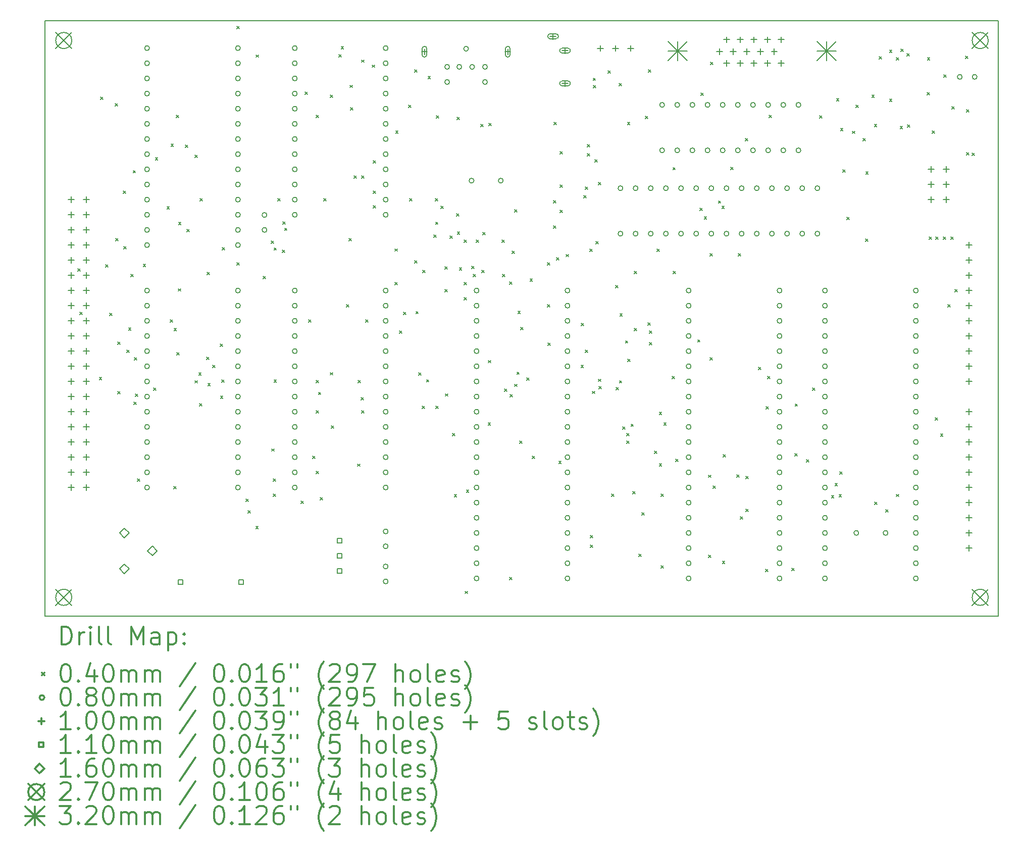
<source format=gbr>
%FSLAX45Y45*%
G04 Gerber Fmt 4.5, Leading zero omitted, Abs format (unit mm)*
G04 Created by KiCad (PCBNEW (5.1.2)-2) date 2023-03-19 23:23:09*
%MOMM*%
%LPD*%
G04 APERTURE LIST*
%ADD10C,0.150000*%
%ADD11C,0.200000*%
%ADD12C,0.300000*%
G04 APERTURE END LIST*
D10*
X5253500Y-14492500D02*
X21238500Y-14492500D01*
X5254000Y-4507500D02*
X5254000Y-14492500D01*
X21238500Y-4507500D02*
X5253500Y-4507500D01*
X21238500Y-14492500D02*
X21238500Y-4507500D01*
D11*
X5805500Y-8670320D02*
X5845500Y-8710320D01*
X5845500Y-8670320D02*
X5805500Y-8710320D01*
X5843240Y-9393900D02*
X5883240Y-9433900D01*
X5883240Y-9393900D02*
X5843240Y-9433900D01*
X6167750Y-10486900D02*
X6207750Y-10526900D01*
X6207750Y-10486900D02*
X6167750Y-10526900D01*
X6186500Y-5786200D02*
X6226500Y-5826200D01*
X6226500Y-5786200D02*
X6186500Y-5826200D01*
X6271190Y-8599480D02*
X6311190Y-8639480D01*
X6311190Y-8599480D02*
X6271190Y-8639480D01*
X6340740Y-9412760D02*
X6380740Y-9452760D01*
X6380740Y-9412760D02*
X6340740Y-9452760D01*
X6435870Y-5900580D02*
X6475870Y-5940580D01*
X6475870Y-5900580D02*
X6435870Y-5940580D01*
X6444730Y-8158010D02*
X6484730Y-8198010D01*
X6484730Y-8158010D02*
X6444730Y-8198010D01*
X6473510Y-9894310D02*
X6513510Y-9934310D01*
X6513510Y-9894310D02*
X6473510Y-9934310D01*
X6474280Y-10722700D02*
X6514280Y-10762700D01*
X6514280Y-10722700D02*
X6474280Y-10762700D01*
X6567500Y-7361000D02*
X6607500Y-7401000D01*
X6607500Y-7361000D02*
X6567500Y-7401000D01*
X6578860Y-8296660D02*
X6618860Y-8336660D01*
X6618860Y-8296660D02*
X6578860Y-8336660D01*
X6631000Y-10028000D02*
X6671000Y-10068000D01*
X6671000Y-10028000D02*
X6631000Y-10068000D01*
X6658520Y-9656420D02*
X6698520Y-9696420D01*
X6698520Y-9656420D02*
X6658520Y-9696420D01*
X6694500Y-8758000D02*
X6734500Y-8798000D01*
X6734500Y-8758000D02*
X6694500Y-8798000D01*
X6735410Y-7020910D02*
X6775410Y-7060910D01*
X6775410Y-7020910D02*
X6735410Y-7060910D01*
X6746750Y-10899800D02*
X6786750Y-10939800D01*
X6786750Y-10899800D02*
X6746750Y-10939800D01*
X6758000Y-10155000D02*
X6798000Y-10195000D01*
X6798000Y-10155000D02*
X6758000Y-10195000D01*
X6772120Y-10767700D02*
X6812120Y-10807700D01*
X6812120Y-10767700D02*
X6772120Y-10807700D01*
X6804480Y-12186500D02*
X6844480Y-12226500D01*
X6844480Y-12186500D02*
X6804480Y-12226500D01*
X6904660Y-8590670D02*
X6944660Y-8630670D01*
X6944660Y-8590670D02*
X6904660Y-8630670D01*
X7075500Y-10663000D02*
X7115500Y-10703000D01*
X7115500Y-10663000D02*
X7075500Y-10703000D01*
X7106540Y-6803870D02*
X7146540Y-6843870D01*
X7146540Y-6803870D02*
X7106540Y-6843870D01*
X7300900Y-7624500D02*
X7340900Y-7664500D01*
X7340900Y-7624500D02*
X7300900Y-7664500D01*
X7353950Y-9520000D02*
X7393950Y-9560000D01*
X7393950Y-9520000D02*
X7353950Y-9560000D01*
X7370550Y-6576730D02*
X7410550Y-6616730D01*
X7410550Y-6576730D02*
X7370550Y-6616730D01*
X7418430Y-12314000D02*
X7458430Y-12354000D01*
X7458430Y-12314000D02*
X7418430Y-12354000D01*
X7421590Y-9667210D02*
X7461590Y-9707210D01*
X7461590Y-9667210D02*
X7421590Y-9707210D01*
X7458860Y-6091000D02*
X7498860Y-6131000D01*
X7498860Y-6091000D02*
X7458860Y-6131000D01*
X7464040Y-10074900D02*
X7504040Y-10114900D01*
X7504040Y-10074900D02*
X7464040Y-10114900D01*
X7492355Y-9001545D02*
X7532355Y-9041545D01*
X7532355Y-9001545D02*
X7492355Y-9041545D01*
X7497350Y-7886620D02*
X7537350Y-7926620D01*
X7537350Y-7886620D02*
X7497350Y-7926620D01*
X7610020Y-6594180D02*
X7650020Y-6634180D01*
X7650020Y-6594180D02*
X7610020Y-6634180D01*
X7634520Y-8009390D02*
X7674520Y-8049390D01*
X7674520Y-8009390D02*
X7634520Y-8049390D01*
X7770080Y-10541800D02*
X7810080Y-10581800D01*
X7810080Y-10541800D02*
X7770080Y-10581800D01*
X7774080Y-6760400D02*
X7814080Y-6800400D01*
X7814080Y-6760400D02*
X7774080Y-6800400D01*
X7834500Y-10412000D02*
X7874500Y-10452000D01*
X7874500Y-10412000D02*
X7834500Y-10452000D01*
X7847820Y-10926300D02*
X7887820Y-10966300D01*
X7887820Y-10926300D02*
X7847820Y-10966300D01*
X7854250Y-7488000D02*
X7894250Y-7528000D01*
X7894250Y-7488000D02*
X7854250Y-7528000D01*
X7967310Y-10147100D02*
X8007310Y-10187100D01*
X8007310Y-10147100D02*
X7967310Y-10187100D01*
X7976150Y-8728570D02*
X8016150Y-8768570D01*
X8016150Y-8728570D02*
X7976150Y-8768570D01*
X7987600Y-10589800D02*
X8027600Y-10629800D01*
X8027600Y-10589800D02*
X7987600Y-10629800D01*
X8066910Y-10282000D02*
X8106910Y-10322000D01*
X8106910Y-10282000D02*
X8066910Y-10322000D01*
X8196390Y-9931350D02*
X8236390Y-9971350D01*
X8236390Y-9931350D02*
X8196390Y-9971350D01*
X8199730Y-10801600D02*
X8239730Y-10841600D01*
X8239730Y-10801600D02*
X8199730Y-10841600D01*
X8221080Y-10532700D02*
X8261080Y-10572700D01*
X8261080Y-10532700D02*
X8221080Y-10572700D01*
X8226180Y-8311580D02*
X8266180Y-8351580D01*
X8266180Y-8311580D02*
X8226180Y-8351580D01*
X8472500Y-4605100D02*
X8512500Y-4645100D01*
X8512500Y-4605100D02*
X8472500Y-4645100D01*
X8472500Y-8567500D02*
X8512500Y-8607500D01*
X8512500Y-8567500D02*
X8472500Y-8607500D01*
X8624900Y-12529900D02*
X8664900Y-12569900D01*
X8664900Y-12529900D02*
X8624900Y-12569900D01*
X8663000Y-12721500D02*
X8703000Y-12761500D01*
X8703000Y-12721500D02*
X8663000Y-12761500D01*
X8791062Y-12986038D02*
X8831062Y-13026038D01*
X8831062Y-12986038D02*
X8791062Y-13026038D01*
X8798640Y-5082110D02*
X8838640Y-5122110D01*
X8838640Y-5082110D02*
X8798640Y-5122110D01*
X8913835Y-8796100D02*
X8953835Y-8836100D01*
X8953835Y-8796100D02*
X8913835Y-8836100D01*
X9051470Y-8200770D02*
X9091470Y-8240770D01*
X9091470Y-8200770D02*
X9051470Y-8240770D01*
X9055920Y-11686600D02*
X9095920Y-11726600D01*
X9095920Y-11686600D02*
X9055920Y-11726600D01*
X9081930Y-12187000D02*
X9121930Y-12227000D01*
X9121930Y-12187000D02*
X9081930Y-12227000D01*
X9081930Y-12441000D02*
X9121930Y-12481000D01*
X9121930Y-12441000D02*
X9081930Y-12481000D01*
X9097810Y-8316910D02*
X9137810Y-8356910D01*
X9137810Y-8316910D02*
X9097810Y-8356910D01*
X9097810Y-10528000D02*
X9137810Y-10568000D01*
X9137810Y-10528000D02*
X9097810Y-10568000D01*
X9160160Y-7488000D02*
X9200160Y-7528000D01*
X9200160Y-7488000D02*
X9160160Y-7528000D01*
X9234500Y-8351600D02*
X9274500Y-8391600D01*
X9274500Y-8351600D02*
X9234500Y-8391600D01*
X9244530Y-7879040D02*
X9284530Y-7919040D01*
X9284530Y-7879040D02*
X9244530Y-7919040D01*
X9274500Y-7985200D02*
X9314500Y-8025200D01*
X9314500Y-7985200D02*
X9274500Y-8025200D01*
X9552000Y-12559400D02*
X9592000Y-12599400D01*
X9592000Y-12559400D02*
X9552000Y-12599400D01*
X9618230Y-5706780D02*
X9658230Y-5746780D01*
X9658230Y-5706780D02*
X9618230Y-5746780D01*
X9679000Y-9520000D02*
X9719000Y-9560000D01*
X9719000Y-9520000D02*
X9679000Y-9560000D01*
X9742500Y-11806000D02*
X9782500Y-11846000D01*
X9782500Y-11806000D02*
X9742500Y-11846000D01*
X9806000Y-6091000D02*
X9846000Y-6131000D01*
X9846000Y-6091000D02*
X9806000Y-6131000D01*
X9806000Y-10536000D02*
X9846000Y-10576000D01*
X9846000Y-10536000D02*
X9806000Y-10576000D01*
X9806000Y-11044000D02*
X9846000Y-11084000D01*
X9846000Y-11044000D02*
X9806000Y-11084000D01*
X9806000Y-12060000D02*
X9846000Y-12100000D01*
X9846000Y-12060000D02*
X9806000Y-12100000D01*
X9841020Y-10736600D02*
X9881020Y-10776600D01*
X9881020Y-10736600D02*
X9841020Y-10776600D01*
X9869500Y-12504500D02*
X9909500Y-12544500D01*
X9909500Y-12504500D02*
X9869500Y-12544500D01*
X9931970Y-7488000D02*
X9971970Y-7528000D01*
X9971970Y-7488000D02*
X9931970Y-7528000D01*
X10039700Y-10406500D02*
X10079700Y-10446500D01*
X10079700Y-10406500D02*
X10039700Y-10446500D01*
X10042600Y-5755440D02*
X10082600Y-5795440D01*
X10082600Y-5755440D02*
X10042600Y-5795440D01*
X10060000Y-11298000D02*
X10100000Y-11338000D01*
X10100000Y-11298000D02*
X10060000Y-11338000D01*
X10187000Y-5075000D02*
X10227000Y-5115000D01*
X10227000Y-5075000D02*
X10187000Y-5115000D01*
X10222660Y-4939780D02*
X10262660Y-4979780D01*
X10262660Y-4939780D02*
X10222660Y-4979780D01*
X10314000Y-9266000D02*
X10354000Y-9306000D01*
X10354000Y-9266000D02*
X10314000Y-9306000D01*
X10352100Y-8161100D02*
X10392100Y-8201100D01*
X10392100Y-8161100D02*
X10352100Y-8201100D01*
X10371100Y-5589400D02*
X10411100Y-5629400D01*
X10411100Y-5589400D02*
X10371100Y-5629400D01*
X10377500Y-5964000D02*
X10417500Y-6004000D01*
X10417500Y-5964000D02*
X10377500Y-6004000D01*
X10441000Y-7107000D02*
X10481000Y-7147000D01*
X10481000Y-7107000D02*
X10441000Y-7147000D01*
X10498600Y-11938900D02*
X10538600Y-11978900D01*
X10538600Y-11938900D02*
X10498600Y-11978900D01*
X10504500Y-10536000D02*
X10544500Y-10576000D01*
X10544500Y-10536000D02*
X10504500Y-10576000D01*
X10555300Y-10828100D02*
X10595300Y-10868100D01*
X10595300Y-10828100D02*
X10555300Y-10868100D01*
X10568000Y-5166440D02*
X10608000Y-5206440D01*
X10608000Y-5166440D02*
X10568000Y-5206440D01*
X10568000Y-7107000D02*
X10608000Y-7147000D01*
X10608000Y-7107000D02*
X10568000Y-7147000D01*
X10568000Y-11044000D02*
X10608000Y-11084000D01*
X10608000Y-11044000D02*
X10568000Y-11084000D01*
X10631500Y-9520000D02*
X10671500Y-9560000D01*
X10671500Y-9520000D02*
X10631500Y-9560000D01*
X10745800Y-5250260D02*
X10785800Y-5290260D01*
X10785800Y-5250260D02*
X10745800Y-5290260D01*
X10758500Y-6853000D02*
X10798500Y-6893000D01*
X10798500Y-6853000D02*
X10758500Y-6893000D01*
X10758500Y-7361000D02*
X10798500Y-7401000D01*
X10798500Y-7361000D02*
X10758500Y-7401000D01*
X10760300Y-7610000D02*
X10800300Y-7650000D01*
X10800300Y-7610000D02*
X10760300Y-7650000D01*
X11125500Y-8332181D02*
X11165500Y-8372181D01*
X11165500Y-8332181D02*
X11125500Y-8372181D01*
X11125500Y-8897700D02*
X11165500Y-8937700D01*
X11165500Y-8897700D02*
X11125500Y-8937700D01*
X11136300Y-6354500D02*
X11176300Y-6394500D01*
X11176300Y-6354500D02*
X11136300Y-6394500D01*
X11198800Y-9710500D02*
X11238800Y-9750500D01*
X11238800Y-9710500D02*
X11198800Y-9750500D01*
X11266500Y-9393000D02*
X11306500Y-9433000D01*
X11306500Y-9393000D02*
X11266500Y-9433000D01*
X11355400Y-5925900D02*
X11395400Y-5965900D01*
X11395400Y-5925900D02*
X11355400Y-5965900D01*
X11368100Y-7488000D02*
X11408100Y-7528000D01*
X11408100Y-7488000D02*
X11368100Y-7528000D01*
X11457000Y-5329000D02*
X11497000Y-5369000D01*
X11497000Y-5329000D02*
X11457000Y-5369000D01*
X11457000Y-8529400D02*
X11497000Y-8569400D01*
X11497000Y-8529400D02*
X11457000Y-8569400D01*
X11476800Y-9383210D02*
X11516800Y-9423210D01*
X11516800Y-9383210D02*
X11476800Y-9423210D01*
X11521700Y-10409000D02*
X11561700Y-10449000D01*
X11561700Y-10409000D02*
X11521700Y-10449000D01*
X11584000Y-10967700D02*
X11624000Y-11007700D01*
X11624000Y-10967700D02*
X11584000Y-11007700D01*
X11588400Y-8694500D02*
X11628400Y-8734500D01*
X11628400Y-8694500D02*
X11588400Y-8734500D01*
X11654700Y-10525600D02*
X11694700Y-10565600D01*
X11694700Y-10525600D02*
X11654700Y-10565600D01*
X11678400Y-5439460D02*
X11718400Y-5479460D01*
X11718400Y-5439460D02*
X11678400Y-5479460D01*
X11774300Y-8102530D02*
X11814300Y-8142530D01*
X11814300Y-8102530D02*
X11774300Y-8142530D01*
X11800200Y-7488000D02*
X11840200Y-7528000D01*
X11840200Y-7488000D02*
X11800200Y-7528000D01*
X11805900Y-7883400D02*
X11845900Y-7923400D01*
X11845900Y-7883400D02*
X11805900Y-7923400D01*
X11809700Y-10967600D02*
X11849700Y-11007600D01*
X11849700Y-10967600D02*
X11809700Y-11007600D01*
X11821150Y-6102840D02*
X11861150Y-6142840D01*
X11861150Y-6102840D02*
X11821150Y-6142840D01*
X11897300Y-7619250D02*
X11937300Y-7659250D01*
X11937300Y-7619250D02*
X11897300Y-7659250D01*
X11965000Y-8631000D02*
X12005000Y-8671000D01*
X12005000Y-8631000D02*
X11965000Y-8671000D01*
X11965000Y-9012000D02*
X12005000Y-9052000D01*
X12005000Y-9012000D02*
X11965000Y-9052000D01*
X11969200Y-10761700D02*
X12009200Y-10801700D01*
X12009200Y-10761700D02*
X11969200Y-10801700D01*
X12046200Y-8114930D02*
X12086200Y-8154930D01*
X12086200Y-8114930D02*
X12046200Y-8154930D01*
X12092000Y-11425000D02*
X12132000Y-11465000D01*
X12132000Y-11425000D02*
X12092000Y-11465000D01*
X12118600Y-12455000D02*
X12158600Y-12495000D01*
X12158600Y-12455000D02*
X12118600Y-12495000D01*
X12155500Y-7742000D02*
X12195500Y-7782000D01*
X12195500Y-7742000D02*
X12155500Y-7782000D01*
X12168477Y-6127800D02*
X12208477Y-6167800D01*
X12208477Y-6127800D02*
X12168477Y-6167800D01*
X12169800Y-8049850D02*
X12209800Y-8089850D01*
X12209800Y-8049850D02*
X12169800Y-8089850D01*
X12203600Y-8648320D02*
X12243600Y-8688320D01*
X12243600Y-8648320D02*
X12203600Y-8688320D01*
X12281539Y-8898661D02*
X12321539Y-8938661D01*
X12321539Y-8898661D02*
X12281539Y-8938661D01*
X12282500Y-8186500D02*
X12322500Y-8226500D01*
X12322500Y-8186500D02*
X12282500Y-8226500D01*
X12282500Y-9151700D02*
X12322500Y-9191700D01*
X12322500Y-9151700D02*
X12282500Y-9191700D01*
X12302300Y-14072200D02*
X12342300Y-14112200D01*
X12342300Y-14072200D02*
X12302300Y-14112200D01*
X12321600Y-12377500D02*
X12361600Y-12417500D01*
X12361600Y-12377500D02*
X12321600Y-12417500D01*
X12413400Y-8627110D02*
X12453400Y-8667110D01*
X12453400Y-8627110D02*
X12413400Y-8667110D01*
X12435400Y-8757520D02*
X12475400Y-8797520D01*
X12475400Y-8757520D02*
X12435400Y-8797520D01*
X12485700Y-8186500D02*
X12525700Y-8226500D01*
X12525700Y-8186500D02*
X12485700Y-8226500D01*
X12561900Y-6243400D02*
X12601900Y-6283400D01*
X12601900Y-6243400D02*
X12561900Y-6283400D01*
X12579500Y-8694500D02*
X12619500Y-8734500D01*
X12619500Y-8694500D02*
X12579500Y-8734500D01*
X12596000Y-8055500D02*
X12636000Y-8095500D01*
X12636000Y-8055500D02*
X12596000Y-8095500D01*
X12685700Y-11251300D02*
X12725700Y-11291300D01*
X12725700Y-11251300D02*
X12685700Y-11291300D01*
X12691000Y-10204000D02*
X12731000Y-10244000D01*
X12731000Y-10204000D02*
X12691000Y-10244000D01*
X12701600Y-6230700D02*
X12741600Y-6270700D01*
X12741600Y-6230700D02*
X12701600Y-6270700D01*
X12918400Y-8186500D02*
X12958400Y-8226500D01*
X12958400Y-8186500D02*
X12918400Y-8226500D01*
X12930700Y-8757520D02*
X12970700Y-8797520D01*
X12970700Y-8757520D02*
X12930700Y-8797520D01*
X12964620Y-10684720D02*
X13004620Y-10724720D01*
X13004620Y-10684720D02*
X12964620Y-10724720D01*
X13044500Y-8885000D02*
X13084500Y-8925000D01*
X13084500Y-8885000D02*
X13044500Y-8925000D01*
X13044500Y-13838000D02*
X13084500Y-13878000D01*
X13084500Y-13838000D02*
X13044500Y-13878000D01*
X13057200Y-10777300D02*
X13097200Y-10817300D01*
X13097200Y-10777300D02*
X13057200Y-10817300D01*
X13091000Y-8370500D02*
X13131000Y-8410500D01*
X13131000Y-8370500D02*
X13091000Y-8410500D01*
X13128200Y-10601470D02*
X13168200Y-10641470D01*
X13168200Y-10601470D02*
X13128200Y-10641470D01*
X13130945Y-7676045D02*
X13170945Y-7716045D01*
X13170945Y-7676045D02*
X13130945Y-7716045D01*
X13169171Y-10398629D02*
X13209171Y-10438629D01*
X13209171Y-10398629D02*
X13169171Y-10438629D01*
X13186240Y-9379230D02*
X13226240Y-9419230D01*
X13226240Y-9379230D02*
X13186240Y-9419230D01*
X13215600Y-11552000D02*
X13255600Y-11592000D01*
X13255600Y-11552000D02*
X13215600Y-11592000D01*
X13235000Y-9647000D02*
X13275000Y-9687000D01*
X13275000Y-9647000D02*
X13235000Y-9687000D01*
X13336600Y-10497900D02*
X13376600Y-10537900D01*
X13376600Y-10497900D02*
X13336600Y-10537900D01*
X13388800Y-8835560D02*
X13428800Y-8875560D01*
X13428800Y-8835560D02*
X13388800Y-8875560D01*
X13425500Y-11806000D02*
X13465500Y-11846000D01*
X13465500Y-11806000D02*
X13425500Y-11846000D01*
X13679500Y-8567500D02*
X13719500Y-8607500D01*
X13719500Y-8567500D02*
X13679500Y-8607500D01*
X13679500Y-9266000D02*
X13719500Y-9306000D01*
X13719500Y-9266000D02*
X13679500Y-9306000D01*
X13690700Y-9908960D02*
X13730700Y-9948960D01*
X13730700Y-9908960D02*
X13690700Y-9948960D01*
X13781100Y-7945200D02*
X13821100Y-7985200D01*
X13821100Y-7945200D02*
X13781100Y-7985200D01*
X13784414Y-7523410D02*
X13824414Y-7563410D01*
X13824414Y-7523410D02*
X13784414Y-7563410D01*
X13788950Y-6213150D02*
X13828950Y-6253150D01*
X13828950Y-6213150D02*
X13788950Y-6253150D01*
X13831900Y-8478600D02*
X13871900Y-8518600D01*
X13871900Y-8478600D02*
X13831900Y-8518600D01*
X13871500Y-11891700D02*
X13911500Y-11931700D01*
X13911500Y-11891700D02*
X13871500Y-11931700D01*
X13890390Y-7682420D02*
X13930390Y-7722420D01*
X13930390Y-7682420D02*
X13890390Y-7722420D01*
X13895400Y-6700600D02*
X13935400Y-6740600D01*
X13935400Y-6700600D02*
X13895400Y-6740600D01*
X13895450Y-7259350D02*
X13935450Y-7299350D01*
X13935450Y-7259350D02*
X13895450Y-7299350D01*
X13997000Y-8425240D02*
X14037000Y-8465240D01*
X14037000Y-8425240D02*
X13997000Y-8465240D01*
X14244600Y-10282000D02*
X14284600Y-10322000D01*
X14284600Y-10282000D02*
X14244600Y-10322000D01*
X14251000Y-9583500D02*
X14291000Y-9623500D01*
X14291000Y-9583500D02*
X14251000Y-9623500D01*
X14289100Y-7437200D02*
X14329100Y-7477200D01*
X14329100Y-7437200D02*
X14289100Y-7477200D01*
X14314500Y-7297500D02*
X14354500Y-7337500D01*
X14354500Y-7297500D02*
X14314500Y-7337500D01*
X14314500Y-10028000D02*
X14354500Y-10068000D01*
X14354500Y-10028000D02*
X14314500Y-10068000D01*
X14352600Y-6586300D02*
X14392600Y-6626300D01*
X14392600Y-6586300D02*
X14352600Y-6626300D01*
X14352600Y-6738700D02*
X14392600Y-6778700D01*
X14392600Y-6738700D02*
X14352600Y-6778700D01*
X14390700Y-8338900D02*
X14430700Y-8378900D01*
X14430700Y-8338900D02*
X14390700Y-8378900D01*
X14398500Y-13297300D02*
X14438500Y-13337300D01*
X14438500Y-13297300D02*
X14398500Y-13337300D01*
X14402800Y-13137000D02*
X14442800Y-13177000D01*
X14442800Y-13137000D02*
X14402800Y-13177000D01*
X14435300Y-10720300D02*
X14475300Y-10760300D01*
X14475300Y-10720300D02*
X14435300Y-10760300D01*
X14448800Y-5471500D02*
X14488800Y-5511500D01*
X14488800Y-5471500D02*
X14448800Y-5511500D01*
X14454200Y-5595700D02*
X14494200Y-5635700D01*
X14494200Y-5595700D02*
X14454200Y-5635700D01*
X14479600Y-6840300D02*
X14519600Y-6880300D01*
X14519600Y-6840300D02*
X14479600Y-6880300D01*
X14492300Y-8211900D02*
X14532300Y-8251900D01*
X14532300Y-8211900D02*
X14492300Y-8251900D01*
X14535500Y-10517200D02*
X14575500Y-10557200D01*
X14575500Y-10517200D02*
X14535500Y-10557200D01*
X14536790Y-7221030D02*
X14576790Y-7261030D01*
X14576790Y-7221030D02*
X14536790Y-7261030D01*
X14544000Y-10641600D02*
X14584000Y-10681600D01*
X14584000Y-10641600D02*
X14544000Y-10681600D01*
X14700600Y-5346780D02*
X14740600Y-5386780D01*
X14740600Y-5346780D02*
X14700600Y-5386780D01*
X14759000Y-12441000D02*
X14799000Y-12481000D01*
X14799000Y-12441000D02*
X14759000Y-12481000D01*
X14822500Y-8948500D02*
X14862500Y-8988500D01*
X14862500Y-8948500D02*
X14822500Y-8988500D01*
X14830349Y-10658149D02*
X14870349Y-10698149D01*
X14870349Y-10658149D02*
X14830349Y-10698149D01*
X14886000Y-5562370D02*
X14926000Y-5602370D01*
X14926000Y-5562370D02*
X14886000Y-5602370D01*
X14889200Y-10542800D02*
X14929200Y-10582800D01*
X14929200Y-10542800D02*
X14889200Y-10582800D01*
X14896200Y-9420030D02*
X14936200Y-9460030D01*
X14936200Y-9420030D02*
X14896200Y-9460030D01*
X14943300Y-11320200D02*
X14983300Y-11360200D01*
X14983300Y-11320200D02*
X14943300Y-11360200D01*
X14988800Y-9873000D02*
X15028800Y-9913000D01*
X15028800Y-9873000D02*
X14988800Y-9913000D01*
X15013000Y-11425000D02*
X15053000Y-11465000D01*
X15053000Y-11425000D02*
X15013000Y-11465000D01*
X15013000Y-11552000D02*
X15053000Y-11592000D01*
X15053000Y-11552000D02*
X15013000Y-11592000D01*
X15022600Y-6209080D02*
X15062600Y-6249080D01*
X15062600Y-6209080D02*
X15022600Y-6249080D01*
X15029000Y-10185300D02*
X15069000Y-10225300D01*
X15069000Y-10185300D02*
X15029000Y-10225300D01*
X15082200Y-11270800D02*
X15122200Y-11310800D01*
X15122200Y-11270800D02*
X15082200Y-11310800D01*
X15113800Y-12403700D02*
X15153800Y-12443700D01*
X15153800Y-12403700D02*
X15113800Y-12443700D01*
X15137600Y-9667010D02*
X15177600Y-9707010D01*
X15177600Y-9667010D02*
X15137600Y-9707010D01*
X15140000Y-8706960D02*
X15180000Y-8746960D01*
X15180000Y-8706960D02*
X15140000Y-8746960D01*
X15213900Y-13448200D02*
X15253900Y-13488200D01*
X15253900Y-13448200D02*
X15213900Y-13488200D01*
X15267000Y-12758500D02*
X15307000Y-12798500D01*
X15307000Y-12758500D02*
X15267000Y-12798500D01*
X15322900Y-6111320D02*
X15362900Y-6151320D01*
X15362900Y-6111320D02*
X15322900Y-6151320D01*
X15369200Y-9570820D02*
X15409200Y-9610820D01*
X15409200Y-9570820D02*
X15369200Y-9610820D01*
X15376200Y-5329000D02*
X15416200Y-5369000D01*
X15416200Y-5329000D02*
X15376200Y-5369000D01*
X15394000Y-9710500D02*
X15434000Y-9750500D01*
X15434000Y-9710500D02*
X15394000Y-9750500D01*
X15394000Y-9901000D02*
X15434000Y-9941000D01*
X15434000Y-9901000D02*
X15394000Y-9941000D01*
X15477000Y-11723000D02*
X15517000Y-11763000D01*
X15517000Y-11723000D02*
X15477000Y-11763000D01*
X15518500Y-8336360D02*
X15558500Y-8376360D01*
X15558500Y-8336360D02*
X15518500Y-8376360D01*
X15556500Y-11072000D02*
X15596500Y-11112000D01*
X15596500Y-11072000D02*
X15556500Y-11112000D01*
X15556500Y-11934990D02*
X15596500Y-11974990D01*
X15596500Y-11934990D02*
X15556500Y-11974990D01*
X15584500Y-12441000D02*
X15624500Y-12481000D01*
X15624500Y-12441000D02*
X15584500Y-12481000D01*
X15584500Y-13647500D02*
X15624500Y-13687500D01*
X15624500Y-13647500D02*
X15584500Y-13687500D01*
X15634000Y-11247200D02*
X15674000Y-11287200D01*
X15674000Y-11247200D02*
X15634000Y-11287200D01*
X15775000Y-10472500D02*
X15815000Y-10512500D01*
X15815000Y-10472500D02*
X15775000Y-10512500D01*
X15784500Y-6970500D02*
X15824500Y-7010500D01*
X15824500Y-6970500D02*
X15784500Y-7010500D01*
X15787700Y-8707200D02*
X15827700Y-8747200D01*
X15827700Y-8707200D02*
X15787700Y-8747200D01*
X15830650Y-11857460D02*
X15870650Y-11897460D01*
X15870650Y-11857460D02*
X15830650Y-11897460D01*
X16200450Y-9856550D02*
X16240450Y-9896550D01*
X16240450Y-9856550D02*
X16200450Y-9896550D01*
X16236000Y-7649150D02*
X16276000Y-7689150D01*
X16276000Y-7649150D02*
X16236000Y-7689150D01*
X16256200Y-5718290D02*
X16296200Y-5758290D01*
X16296200Y-5718290D02*
X16256200Y-5758290D01*
X16309400Y-7795040D02*
X16349400Y-7835040D01*
X16349400Y-7795040D02*
X16309400Y-7835040D01*
X16382600Y-12126900D02*
X16422600Y-12166900D01*
X16422600Y-12126900D02*
X16382600Y-12166900D01*
X16384600Y-13469700D02*
X16424600Y-13509700D01*
X16424600Y-13469700D02*
X16384600Y-13509700D01*
X16410000Y-8415100D02*
X16450000Y-8455100D01*
X16450000Y-8415100D02*
X16410000Y-8455100D01*
X16410000Y-10155000D02*
X16450000Y-10195000D01*
X16450000Y-10155000D02*
X16410000Y-10195000D01*
X16417600Y-5202000D02*
X16457600Y-5242000D01*
X16457600Y-5202000D02*
X16417600Y-5242000D01*
X16457900Y-12310100D02*
X16497900Y-12350100D01*
X16497900Y-12310100D02*
X16457900Y-12350100D01*
X16547300Y-7528160D02*
X16587300Y-7568160D01*
X16587300Y-7528160D02*
X16547300Y-7568160D01*
X16605900Y-7619930D02*
X16645900Y-7659930D01*
X16645900Y-7619930D02*
X16605900Y-7659930D01*
X16614400Y-13570000D02*
X16654400Y-13610000D01*
X16654400Y-13570000D02*
X16614400Y-13610000D01*
X16625001Y-11784399D02*
X16665001Y-11824399D01*
X16665001Y-11784399D02*
X16625001Y-11824399D01*
X16752900Y-6967300D02*
X16792900Y-7007300D01*
X16792900Y-6967300D02*
X16752900Y-7007300D01*
X16854500Y-12123500D02*
X16894500Y-12163500D01*
X16894500Y-12123500D02*
X16854500Y-12163500D01*
X16879900Y-8415100D02*
X16919900Y-8455100D01*
X16919900Y-8415100D02*
X16879900Y-8455100D01*
X16918000Y-12822000D02*
X16958000Y-12862000D01*
X16958000Y-12822000D02*
X16918000Y-12862000D01*
X17001800Y-6482160D02*
X17041800Y-6522160D01*
X17041800Y-6482160D02*
X17001800Y-6522160D01*
X17006900Y-12148900D02*
X17046900Y-12188900D01*
X17046900Y-12148900D02*
X17006900Y-12188900D01*
X17006900Y-12695000D02*
X17046900Y-12735000D01*
X17046900Y-12695000D02*
X17006900Y-12735000D01*
X17222800Y-10320100D02*
X17262800Y-10360100D01*
X17262800Y-10320100D02*
X17222800Y-10360100D01*
X17341101Y-13706999D02*
X17381101Y-13746999D01*
X17381101Y-13706999D02*
X17341101Y-13746999D01*
X17349800Y-10980500D02*
X17389800Y-11020500D01*
X17389800Y-10980500D02*
X17349800Y-11020500D01*
X17375212Y-10472512D02*
X17415212Y-10512512D01*
X17415212Y-10472512D02*
X17375212Y-10512512D01*
X17395500Y-6093540D02*
X17435500Y-6133540D01*
X17435500Y-6093540D02*
X17395500Y-6133540D01*
X17781600Y-13685600D02*
X17821600Y-13725600D01*
X17821600Y-13685600D02*
X17781600Y-13725600D01*
X17832400Y-11767900D02*
X17872400Y-11807900D01*
X17872400Y-11767900D02*
X17832400Y-11807900D01*
X17833900Y-10931200D02*
X17873900Y-10971200D01*
X17873900Y-10931200D02*
X17833900Y-10971200D01*
X18022900Y-11869500D02*
X18062900Y-11909500D01*
X18062900Y-11869500D02*
X18022900Y-11909500D01*
X18124500Y-10663000D02*
X18164500Y-10703000D01*
X18164500Y-10663000D02*
X18124500Y-10703000D01*
X18243900Y-6103700D02*
X18283900Y-6143700D01*
X18283900Y-6103700D02*
X18243900Y-6143700D01*
X18444349Y-12468749D02*
X18484349Y-12508749D01*
X18484349Y-12468749D02*
X18444349Y-12508749D01*
X18504200Y-12263200D02*
X18544200Y-12303200D01*
X18544200Y-12263200D02*
X18504200Y-12303200D01*
X18528400Y-5816680D02*
X18568400Y-5856680D01*
X18568400Y-5816680D02*
X18528400Y-5856680D01*
X18572200Y-12450500D02*
X18612200Y-12490500D01*
X18612200Y-12450500D02*
X18572200Y-12490500D01*
X18581700Y-12072700D02*
X18621700Y-12112700D01*
X18621700Y-12072700D02*
X18581700Y-12112700D01*
X18596200Y-6312720D02*
X18636200Y-6352720D01*
X18636200Y-6312720D02*
X18596200Y-6352720D01*
X18635000Y-7006030D02*
X18675000Y-7046030D01*
X18675000Y-7006030D02*
X18635000Y-7046030D01*
X18699700Y-7806000D02*
X18739700Y-7846000D01*
X18739700Y-7806000D02*
X18699700Y-7846000D01*
X18793900Y-6361180D02*
X18833900Y-6401180D01*
X18833900Y-6361180D02*
X18793900Y-6401180D01*
X18852596Y-5926225D02*
X18892596Y-5966225D01*
X18892596Y-5926225D02*
X18852596Y-5966225D01*
X18975400Y-6484700D02*
X19015400Y-6524700D01*
X19015400Y-6484700D02*
X18975400Y-6524700D01*
X19014600Y-8170350D02*
X19054600Y-8210350D01*
X19054600Y-8170350D02*
X19014600Y-8210350D01*
X19020500Y-7044000D02*
X19060500Y-7084000D01*
X19060500Y-7044000D02*
X19020500Y-7084000D01*
X19121020Y-5757179D02*
X19161020Y-5797179D01*
X19161020Y-5757179D02*
X19121020Y-5797179D01*
X19163650Y-6244240D02*
X19203650Y-6284240D01*
X19203650Y-6244240D02*
X19163650Y-6284240D01*
X19165900Y-12582000D02*
X19205900Y-12622000D01*
X19205900Y-12582000D02*
X19165900Y-12622000D01*
X19242100Y-5113100D02*
X19282100Y-5153100D01*
X19282100Y-5113100D02*
X19242100Y-5153100D01*
X19356400Y-12707700D02*
X19396400Y-12747700D01*
X19396400Y-12707700D02*
X19356400Y-12747700D01*
X19417400Y-4998800D02*
X19457400Y-5038800D01*
X19457400Y-4998800D02*
X19417400Y-5038800D01*
X19417400Y-5821800D02*
X19457400Y-5861800D01*
X19457400Y-5821800D02*
X19417400Y-5861800D01*
X19534200Y-5125800D02*
X19574200Y-5165800D01*
X19574200Y-5125800D02*
X19534200Y-5165800D01*
X19534200Y-12447900D02*
X19574200Y-12487900D01*
X19574200Y-12447900D02*
X19534200Y-12487900D01*
X19596150Y-6277750D02*
X19636150Y-6317750D01*
X19636150Y-6277750D02*
X19596150Y-6317750D01*
X19610400Y-4986100D02*
X19650400Y-5026100D01*
X19650400Y-4986100D02*
X19610400Y-5026100D01*
X19712000Y-5062300D02*
X19752000Y-5102300D01*
X19752000Y-5062300D02*
X19712000Y-5102300D01*
X19715750Y-6252290D02*
X19755750Y-6292290D01*
X19755750Y-6252290D02*
X19715750Y-6292290D01*
X20049800Y-5715080D02*
X20089800Y-5755080D01*
X20089800Y-5715080D02*
X20049800Y-5755080D01*
X20052400Y-5125800D02*
X20092400Y-5165800D01*
X20092400Y-5125800D02*
X20052400Y-5165800D01*
X20080300Y-8135700D02*
X20120300Y-8175700D01*
X20120300Y-8135700D02*
X20080300Y-8175700D01*
X20130500Y-6355670D02*
X20170500Y-6395670D01*
X20170500Y-6355670D02*
X20130500Y-6395670D01*
X20181900Y-11166500D02*
X20221900Y-11206500D01*
X20221900Y-11166500D02*
X20181900Y-11206500D01*
X20194600Y-8135700D02*
X20234600Y-8175700D01*
X20234600Y-8135700D02*
X20194600Y-8175700D01*
X20274000Y-11434500D02*
X20314000Y-11474500D01*
X20314000Y-11434500D02*
X20274000Y-11474500D01*
X20321600Y-8132956D02*
X20361600Y-8172956D01*
X20361600Y-8132956D02*
X20321600Y-8172956D01*
X20330930Y-5418270D02*
X20370930Y-5458270D01*
X20370930Y-5418270D02*
X20330930Y-5458270D01*
X20397800Y-9266000D02*
X20437800Y-9306000D01*
X20437800Y-9266000D02*
X20397800Y-9306000D01*
X20448600Y-8135700D02*
X20488600Y-8175700D01*
X20488600Y-8135700D02*
X20448600Y-8175700D01*
X20464230Y-5949900D02*
X20504230Y-5989900D01*
X20504230Y-5949900D02*
X20464230Y-5989900D01*
X20512100Y-9012000D02*
X20552100Y-9052000D01*
X20552100Y-9012000D02*
X20512100Y-9052000D01*
X20689900Y-5100400D02*
X20729900Y-5140400D01*
X20729900Y-5100400D02*
X20689900Y-5140400D01*
X20706550Y-6003290D02*
X20746550Y-6043290D01*
X20746550Y-6003290D02*
X20706550Y-6043290D01*
X20706550Y-6722050D02*
X20746550Y-6762050D01*
X20746550Y-6722050D02*
X20706550Y-6762050D01*
X20804200Y-6726000D02*
X20844200Y-6766000D01*
X20844200Y-6726000D02*
X20804200Y-6766000D01*
X18901000Y-13096000D02*
G75*
G03X18901000Y-13096000I-40000J0D01*
G01*
X19391000Y-13096000D02*
G75*
G03X19391000Y-13096000I-40000J0D01*
G01*
X11009000Y-13658800D02*
G75*
G03X11009000Y-13658800I-40000J0D01*
G01*
X11009000Y-13908800D02*
G75*
G03X11009000Y-13908800I-40000J0D01*
G01*
X12449400Y-7190500D02*
G75*
G03X12449400Y-7190500I-40000J0D01*
G01*
X12939400Y-7190500D02*
G75*
G03X12939400Y-7190500I-40000J0D01*
G01*
X8977000Y-7766000D02*
G75*
G03X8977000Y-7766000I-40000J0D01*
G01*
X8977000Y-8016000D02*
G75*
G03X8977000Y-8016000I-40000J0D01*
G01*
X9485000Y-4968000D02*
G75*
G03X9485000Y-4968000I-40000J0D01*
G01*
X9485000Y-5222000D02*
G75*
G03X9485000Y-5222000I-40000J0D01*
G01*
X9485000Y-5476000D02*
G75*
G03X9485000Y-5476000I-40000J0D01*
G01*
X9485000Y-5730000D02*
G75*
G03X9485000Y-5730000I-40000J0D01*
G01*
X9485000Y-5984000D02*
G75*
G03X9485000Y-5984000I-40000J0D01*
G01*
X9485000Y-6238000D02*
G75*
G03X9485000Y-6238000I-40000J0D01*
G01*
X9485000Y-6492000D02*
G75*
G03X9485000Y-6492000I-40000J0D01*
G01*
X9485000Y-6746000D02*
G75*
G03X9485000Y-6746000I-40000J0D01*
G01*
X9485000Y-7000000D02*
G75*
G03X9485000Y-7000000I-40000J0D01*
G01*
X9485000Y-7254000D02*
G75*
G03X9485000Y-7254000I-40000J0D01*
G01*
X9485000Y-7508000D02*
G75*
G03X9485000Y-7508000I-40000J0D01*
G01*
X9485000Y-7762000D02*
G75*
G03X9485000Y-7762000I-40000J0D01*
G01*
X11009000Y-4968000D02*
G75*
G03X11009000Y-4968000I-40000J0D01*
G01*
X11009000Y-5222000D02*
G75*
G03X11009000Y-5222000I-40000J0D01*
G01*
X11009000Y-5476000D02*
G75*
G03X11009000Y-5476000I-40000J0D01*
G01*
X11009000Y-5730000D02*
G75*
G03X11009000Y-5730000I-40000J0D01*
G01*
X11009000Y-5984000D02*
G75*
G03X11009000Y-5984000I-40000J0D01*
G01*
X11009000Y-6238000D02*
G75*
G03X11009000Y-6238000I-40000J0D01*
G01*
X11009000Y-6492000D02*
G75*
G03X11009000Y-6492000I-40000J0D01*
G01*
X11009000Y-6746000D02*
G75*
G03X11009000Y-6746000I-40000J0D01*
G01*
X11009000Y-7000000D02*
G75*
G03X11009000Y-7000000I-40000J0D01*
G01*
X11009000Y-7254000D02*
G75*
G03X11009000Y-7254000I-40000J0D01*
G01*
X11009000Y-7508000D02*
G75*
G03X11009000Y-7508000I-40000J0D01*
G01*
X11009000Y-7762000D02*
G75*
G03X11009000Y-7762000I-40000J0D01*
G01*
X11009000Y-13070600D02*
G75*
G03X11009000Y-13070600I-40000J0D01*
G01*
X11009000Y-13320600D02*
G75*
G03X11009000Y-13320600I-40000J0D01*
G01*
X18375000Y-9032000D02*
G75*
G03X18375000Y-9032000I-40000J0D01*
G01*
X18375000Y-9286000D02*
G75*
G03X18375000Y-9286000I-40000J0D01*
G01*
X18375000Y-9540000D02*
G75*
G03X18375000Y-9540000I-40000J0D01*
G01*
X18375000Y-9794000D02*
G75*
G03X18375000Y-9794000I-40000J0D01*
G01*
X18375000Y-10048000D02*
G75*
G03X18375000Y-10048000I-40000J0D01*
G01*
X18375000Y-10302000D02*
G75*
G03X18375000Y-10302000I-40000J0D01*
G01*
X18375000Y-10556000D02*
G75*
G03X18375000Y-10556000I-40000J0D01*
G01*
X18375000Y-10810000D02*
G75*
G03X18375000Y-10810000I-40000J0D01*
G01*
X18375000Y-11064000D02*
G75*
G03X18375000Y-11064000I-40000J0D01*
G01*
X18375000Y-11318000D02*
G75*
G03X18375000Y-11318000I-40000J0D01*
G01*
X18375000Y-11572000D02*
G75*
G03X18375000Y-11572000I-40000J0D01*
G01*
X18375000Y-11826000D02*
G75*
G03X18375000Y-11826000I-40000J0D01*
G01*
X18375000Y-12080000D02*
G75*
G03X18375000Y-12080000I-40000J0D01*
G01*
X18375000Y-12334000D02*
G75*
G03X18375000Y-12334000I-40000J0D01*
G01*
X18375000Y-12588000D02*
G75*
G03X18375000Y-12588000I-40000J0D01*
G01*
X18375000Y-12842000D02*
G75*
G03X18375000Y-12842000I-40000J0D01*
G01*
X18375000Y-13096000D02*
G75*
G03X18375000Y-13096000I-40000J0D01*
G01*
X18375000Y-13350000D02*
G75*
G03X18375000Y-13350000I-40000J0D01*
G01*
X18375000Y-13604000D02*
G75*
G03X18375000Y-13604000I-40000J0D01*
G01*
X18375000Y-13858000D02*
G75*
G03X18375000Y-13858000I-40000J0D01*
G01*
X19899000Y-9032000D02*
G75*
G03X19899000Y-9032000I-40000J0D01*
G01*
X19899000Y-9286000D02*
G75*
G03X19899000Y-9286000I-40000J0D01*
G01*
X19899000Y-9540000D02*
G75*
G03X19899000Y-9540000I-40000J0D01*
G01*
X19899000Y-9794000D02*
G75*
G03X19899000Y-9794000I-40000J0D01*
G01*
X19899000Y-10048000D02*
G75*
G03X19899000Y-10048000I-40000J0D01*
G01*
X19899000Y-10302000D02*
G75*
G03X19899000Y-10302000I-40000J0D01*
G01*
X19899000Y-10556000D02*
G75*
G03X19899000Y-10556000I-40000J0D01*
G01*
X19899000Y-10810000D02*
G75*
G03X19899000Y-10810000I-40000J0D01*
G01*
X19899000Y-11064000D02*
G75*
G03X19899000Y-11064000I-40000J0D01*
G01*
X19899000Y-11318000D02*
G75*
G03X19899000Y-11318000I-40000J0D01*
G01*
X19899000Y-11572000D02*
G75*
G03X19899000Y-11572000I-40000J0D01*
G01*
X19899000Y-11826000D02*
G75*
G03X19899000Y-11826000I-40000J0D01*
G01*
X19899000Y-12080000D02*
G75*
G03X19899000Y-12080000I-40000J0D01*
G01*
X19899000Y-12334000D02*
G75*
G03X19899000Y-12334000I-40000J0D01*
G01*
X19899000Y-12588000D02*
G75*
G03X19899000Y-12588000I-40000J0D01*
G01*
X19899000Y-12842000D02*
G75*
G03X19899000Y-12842000I-40000J0D01*
G01*
X19899000Y-13096000D02*
G75*
G03X19899000Y-13096000I-40000J0D01*
G01*
X19899000Y-13350000D02*
G75*
G03X19899000Y-13350000I-40000J0D01*
G01*
X19899000Y-13604000D02*
G75*
G03X19899000Y-13604000I-40000J0D01*
G01*
X19899000Y-13858000D02*
G75*
G03X19899000Y-13858000I-40000J0D01*
G01*
X16089000Y-9032000D02*
G75*
G03X16089000Y-9032000I-40000J0D01*
G01*
X16089000Y-9286000D02*
G75*
G03X16089000Y-9286000I-40000J0D01*
G01*
X16089000Y-9540000D02*
G75*
G03X16089000Y-9540000I-40000J0D01*
G01*
X16089000Y-9794000D02*
G75*
G03X16089000Y-9794000I-40000J0D01*
G01*
X16089000Y-10048000D02*
G75*
G03X16089000Y-10048000I-40000J0D01*
G01*
X16089000Y-10302000D02*
G75*
G03X16089000Y-10302000I-40000J0D01*
G01*
X16089000Y-10556000D02*
G75*
G03X16089000Y-10556000I-40000J0D01*
G01*
X16089000Y-10810000D02*
G75*
G03X16089000Y-10810000I-40000J0D01*
G01*
X16089000Y-11064000D02*
G75*
G03X16089000Y-11064000I-40000J0D01*
G01*
X16089000Y-11318000D02*
G75*
G03X16089000Y-11318000I-40000J0D01*
G01*
X16089000Y-11572000D02*
G75*
G03X16089000Y-11572000I-40000J0D01*
G01*
X16089000Y-11826000D02*
G75*
G03X16089000Y-11826000I-40000J0D01*
G01*
X16089000Y-12080000D02*
G75*
G03X16089000Y-12080000I-40000J0D01*
G01*
X16089000Y-12334000D02*
G75*
G03X16089000Y-12334000I-40000J0D01*
G01*
X16089000Y-12588000D02*
G75*
G03X16089000Y-12588000I-40000J0D01*
G01*
X16089000Y-12842000D02*
G75*
G03X16089000Y-12842000I-40000J0D01*
G01*
X16089000Y-13096000D02*
G75*
G03X16089000Y-13096000I-40000J0D01*
G01*
X16089000Y-13350000D02*
G75*
G03X16089000Y-13350000I-40000J0D01*
G01*
X16089000Y-13604000D02*
G75*
G03X16089000Y-13604000I-40000J0D01*
G01*
X16089000Y-13858000D02*
G75*
G03X16089000Y-13858000I-40000J0D01*
G01*
X17613000Y-9032000D02*
G75*
G03X17613000Y-9032000I-40000J0D01*
G01*
X17613000Y-9286000D02*
G75*
G03X17613000Y-9286000I-40000J0D01*
G01*
X17613000Y-9540000D02*
G75*
G03X17613000Y-9540000I-40000J0D01*
G01*
X17613000Y-9794000D02*
G75*
G03X17613000Y-9794000I-40000J0D01*
G01*
X17613000Y-10048000D02*
G75*
G03X17613000Y-10048000I-40000J0D01*
G01*
X17613000Y-10302000D02*
G75*
G03X17613000Y-10302000I-40000J0D01*
G01*
X17613000Y-10556000D02*
G75*
G03X17613000Y-10556000I-40000J0D01*
G01*
X17613000Y-10810000D02*
G75*
G03X17613000Y-10810000I-40000J0D01*
G01*
X17613000Y-11064000D02*
G75*
G03X17613000Y-11064000I-40000J0D01*
G01*
X17613000Y-11318000D02*
G75*
G03X17613000Y-11318000I-40000J0D01*
G01*
X17613000Y-11572000D02*
G75*
G03X17613000Y-11572000I-40000J0D01*
G01*
X17613000Y-11826000D02*
G75*
G03X17613000Y-11826000I-40000J0D01*
G01*
X17613000Y-12080000D02*
G75*
G03X17613000Y-12080000I-40000J0D01*
G01*
X17613000Y-12334000D02*
G75*
G03X17613000Y-12334000I-40000J0D01*
G01*
X17613000Y-12588000D02*
G75*
G03X17613000Y-12588000I-40000J0D01*
G01*
X17613000Y-12842000D02*
G75*
G03X17613000Y-12842000I-40000J0D01*
G01*
X17613000Y-13096000D02*
G75*
G03X17613000Y-13096000I-40000J0D01*
G01*
X17613000Y-13350000D02*
G75*
G03X17613000Y-13350000I-40000J0D01*
G01*
X17613000Y-13604000D02*
G75*
G03X17613000Y-13604000I-40000J0D01*
G01*
X17613000Y-13858000D02*
G75*
G03X17613000Y-13858000I-40000J0D01*
G01*
X7008500Y-4968000D02*
G75*
G03X7008500Y-4968000I-40000J0D01*
G01*
X7008500Y-5222000D02*
G75*
G03X7008500Y-5222000I-40000J0D01*
G01*
X7008500Y-5476000D02*
G75*
G03X7008500Y-5476000I-40000J0D01*
G01*
X7008500Y-5730000D02*
G75*
G03X7008500Y-5730000I-40000J0D01*
G01*
X7008500Y-5984000D02*
G75*
G03X7008500Y-5984000I-40000J0D01*
G01*
X7008500Y-6238000D02*
G75*
G03X7008500Y-6238000I-40000J0D01*
G01*
X7008500Y-6492000D02*
G75*
G03X7008500Y-6492000I-40000J0D01*
G01*
X7008500Y-6746000D02*
G75*
G03X7008500Y-6746000I-40000J0D01*
G01*
X7008500Y-7000000D02*
G75*
G03X7008500Y-7000000I-40000J0D01*
G01*
X7008500Y-7254000D02*
G75*
G03X7008500Y-7254000I-40000J0D01*
G01*
X7008500Y-7508000D02*
G75*
G03X7008500Y-7508000I-40000J0D01*
G01*
X7008500Y-7762000D02*
G75*
G03X7008500Y-7762000I-40000J0D01*
G01*
X7008500Y-8016000D02*
G75*
G03X7008500Y-8016000I-40000J0D01*
G01*
X7008500Y-8270000D02*
G75*
G03X7008500Y-8270000I-40000J0D01*
G01*
X8532500Y-4968000D02*
G75*
G03X8532500Y-4968000I-40000J0D01*
G01*
X8532500Y-5222000D02*
G75*
G03X8532500Y-5222000I-40000J0D01*
G01*
X8532500Y-5476000D02*
G75*
G03X8532500Y-5476000I-40000J0D01*
G01*
X8532500Y-5730000D02*
G75*
G03X8532500Y-5730000I-40000J0D01*
G01*
X8532500Y-5984000D02*
G75*
G03X8532500Y-5984000I-40000J0D01*
G01*
X8532500Y-6238000D02*
G75*
G03X8532500Y-6238000I-40000J0D01*
G01*
X8532500Y-6492000D02*
G75*
G03X8532500Y-6492000I-40000J0D01*
G01*
X8532500Y-6746000D02*
G75*
G03X8532500Y-6746000I-40000J0D01*
G01*
X8532500Y-7000000D02*
G75*
G03X8532500Y-7000000I-40000J0D01*
G01*
X8532500Y-7254000D02*
G75*
G03X8532500Y-7254000I-40000J0D01*
G01*
X8532500Y-7508000D02*
G75*
G03X8532500Y-7508000I-40000J0D01*
G01*
X8532500Y-7762000D02*
G75*
G03X8532500Y-7762000I-40000J0D01*
G01*
X8532500Y-8016000D02*
G75*
G03X8532500Y-8016000I-40000J0D01*
G01*
X8532500Y-8270000D02*
G75*
G03X8532500Y-8270000I-40000J0D01*
G01*
X7008500Y-9032000D02*
G75*
G03X7008500Y-9032000I-40000J0D01*
G01*
X7008500Y-9286000D02*
G75*
G03X7008500Y-9286000I-40000J0D01*
G01*
X7008500Y-9540000D02*
G75*
G03X7008500Y-9540000I-40000J0D01*
G01*
X7008500Y-9794000D02*
G75*
G03X7008500Y-9794000I-40000J0D01*
G01*
X7008500Y-10048000D02*
G75*
G03X7008500Y-10048000I-40000J0D01*
G01*
X7008500Y-10302000D02*
G75*
G03X7008500Y-10302000I-40000J0D01*
G01*
X7008500Y-10556000D02*
G75*
G03X7008500Y-10556000I-40000J0D01*
G01*
X7008500Y-10810000D02*
G75*
G03X7008500Y-10810000I-40000J0D01*
G01*
X7008500Y-11064000D02*
G75*
G03X7008500Y-11064000I-40000J0D01*
G01*
X7008500Y-11318000D02*
G75*
G03X7008500Y-11318000I-40000J0D01*
G01*
X7008500Y-11572000D02*
G75*
G03X7008500Y-11572000I-40000J0D01*
G01*
X7008500Y-11826000D02*
G75*
G03X7008500Y-11826000I-40000J0D01*
G01*
X7008500Y-12080000D02*
G75*
G03X7008500Y-12080000I-40000J0D01*
G01*
X7008500Y-12334000D02*
G75*
G03X7008500Y-12334000I-40000J0D01*
G01*
X8532500Y-9032000D02*
G75*
G03X8532500Y-9032000I-40000J0D01*
G01*
X8532500Y-9286000D02*
G75*
G03X8532500Y-9286000I-40000J0D01*
G01*
X8532500Y-9540000D02*
G75*
G03X8532500Y-9540000I-40000J0D01*
G01*
X8532500Y-9794000D02*
G75*
G03X8532500Y-9794000I-40000J0D01*
G01*
X8532500Y-10048000D02*
G75*
G03X8532500Y-10048000I-40000J0D01*
G01*
X8532500Y-10302000D02*
G75*
G03X8532500Y-10302000I-40000J0D01*
G01*
X8532500Y-10556000D02*
G75*
G03X8532500Y-10556000I-40000J0D01*
G01*
X8532500Y-10810000D02*
G75*
G03X8532500Y-10810000I-40000J0D01*
G01*
X8532500Y-11064000D02*
G75*
G03X8532500Y-11064000I-40000J0D01*
G01*
X8532500Y-11318000D02*
G75*
G03X8532500Y-11318000I-40000J0D01*
G01*
X8532500Y-11572000D02*
G75*
G03X8532500Y-11572000I-40000J0D01*
G01*
X8532500Y-11826000D02*
G75*
G03X8532500Y-11826000I-40000J0D01*
G01*
X8532500Y-12080000D02*
G75*
G03X8532500Y-12080000I-40000J0D01*
G01*
X8532500Y-12334000D02*
G75*
G03X8532500Y-12334000I-40000J0D01*
G01*
X20635600Y-5450600D02*
G75*
G03X20635600Y-5450600I-40000J0D01*
G01*
X20885600Y-5450600D02*
G75*
G03X20885600Y-5450600I-40000J0D01*
G01*
X15644500Y-5920500D02*
G75*
G03X15644500Y-5920500I-40000J0D01*
G01*
X15644500Y-6682500D02*
G75*
G03X15644500Y-6682500I-40000J0D01*
G01*
X15898500Y-5920500D02*
G75*
G03X15898500Y-5920500I-40000J0D01*
G01*
X15898500Y-6682500D02*
G75*
G03X15898500Y-6682500I-40000J0D01*
G01*
X16152500Y-5920500D02*
G75*
G03X16152500Y-5920500I-40000J0D01*
G01*
X16152500Y-6682500D02*
G75*
G03X16152500Y-6682500I-40000J0D01*
G01*
X16406500Y-5920500D02*
G75*
G03X16406500Y-5920500I-40000J0D01*
G01*
X16406500Y-6682500D02*
G75*
G03X16406500Y-6682500I-40000J0D01*
G01*
X16660500Y-5920500D02*
G75*
G03X16660500Y-5920500I-40000J0D01*
G01*
X16660500Y-6682500D02*
G75*
G03X16660500Y-6682500I-40000J0D01*
G01*
X16914500Y-5920500D02*
G75*
G03X16914500Y-5920500I-40000J0D01*
G01*
X16914500Y-6682500D02*
G75*
G03X16914500Y-6682500I-40000J0D01*
G01*
X17168500Y-5920500D02*
G75*
G03X17168500Y-5920500I-40000J0D01*
G01*
X17168500Y-6682500D02*
G75*
G03X17168500Y-6682500I-40000J0D01*
G01*
X17422500Y-5920500D02*
G75*
G03X17422500Y-5920500I-40000J0D01*
G01*
X17422500Y-6682500D02*
G75*
G03X17422500Y-6682500I-40000J0D01*
G01*
X17676500Y-5920500D02*
G75*
G03X17676500Y-5920500I-40000J0D01*
G01*
X17676500Y-6682500D02*
G75*
G03X17676500Y-6682500I-40000J0D01*
G01*
X17930500Y-5920500D02*
G75*
G03X17930500Y-5920500I-40000J0D01*
G01*
X17930500Y-6682500D02*
G75*
G03X17930500Y-6682500I-40000J0D01*
G01*
X12533000Y-9032000D02*
G75*
G03X12533000Y-9032000I-40000J0D01*
G01*
X12533000Y-9286000D02*
G75*
G03X12533000Y-9286000I-40000J0D01*
G01*
X12533000Y-9540000D02*
G75*
G03X12533000Y-9540000I-40000J0D01*
G01*
X12533000Y-9794000D02*
G75*
G03X12533000Y-9794000I-40000J0D01*
G01*
X12533000Y-10048000D02*
G75*
G03X12533000Y-10048000I-40000J0D01*
G01*
X12533000Y-10302000D02*
G75*
G03X12533000Y-10302000I-40000J0D01*
G01*
X12533000Y-10556000D02*
G75*
G03X12533000Y-10556000I-40000J0D01*
G01*
X12533000Y-10810000D02*
G75*
G03X12533000Y-10810000I-40000J0D01*
G01*
X12533000Y-11064000D02*
G75*
G03X12533000Y-11064000I-40000J0D01*
G01*
X12533000Y-11318000D02*
G75*
G03X12533000Y-11318000I-40000J0D01*
G01*
X12533000Y-11572000D02*
G75*
G03X12533000Y-11572000I-40000J0D01*
G01*
X12533000Y-11826000D02*
G75*
G03X12533000Y-11826000I-40000J0D01*
G01*
X12533000Y-12080000D02*
G75*
G03X12533000Y-12080000I-40000J0D01*
G01*
X12533000Y-12334000D02*
G75*
G03X12533000Y-12334000I-40000J0D01*
G01*
X12533000Y-12588000D02*
G75*
G03X12533000Y-12588000I-40000J0D01*
G01*
X12533000Y-12842000D02*
G75*
G03X12533000Y-12842000I-40000J0D01*
G01*
X12533000Y-13096000D02*
G75*
G03X12533000Y-13096000I-40000J0D01*
G01*
X12533000Y-13350000D02*
G75*
G03X12533000Y-13350000I-40000J0D01*
G01*
X12533000Y-13604000D02*
G75*
G03X12533000Y-13604000I-40000J0D01*
G01*
X12533000Y-13858000D02*
G75*
G03X12533000Y-13858000I-40000J0D01*
G01*
X14057000Y-9032000D02*
G75*
G03X14057000Y-9032000I-40000J0D01*
G01*
X14057000Y-9286000D02*
G75*
G03X14057000Y-9286000I-40000J0D01*
G01*
X14057000Y-9540000D02*
G75*
G03X14057000Y-9540000I-40000J0D01*
G01*
X14057000Y-9794000D02*
G75*
G03X14057000Y-9794000I-40000J0D01*
G01*
X14057000Y-10048000D02*
G75*
G03X14057000Y-10048000I-40000J0D01*
G01*
X14057000Y-10302000D02*
G75*
G03X14057000Y-10302000I-40000J0D01*
G01*
X14057000Y-10556000D02*
G75*
G03X14057000Y-10556000I-40000J0D01*
G01*
X14057000Y-10810000D02*
G75*
G03X14057000Y-10810000I-40000J0D01*
G01*
X14057000Y-11064000D02*
G75*
G03X14057000Y-11064000I-40000J0D01*
G01*
X14057000Y-11318000D02*
G75*
G03X14057000Y-11318000I-40000J0D01*
G01*
X14057000Y-11572000D02*
G75*
G03X14057000Y-11572000I-40000J0D01*
G01*
X14057000Y-11826000D02*
G75*
G03X14057000Y-11826000I-40000J0D01*
G01*
X14057000Y-12080000D02*
G75*
G03X14057000Y-12080000I-40000J0D01*
G01*
X14057000Y-12334000D02*
G75*
G03X14057000Y-12334000I-40000J0D01*
G01*
X14057000Y-12588000D02*
G75*
G03X14057000Y-12588000I-40000J0D01*
G01*
X14057000Y-12842000D02*
G75*
G03X14057000Y-12842000I-40000J0D01*
G01*
X14057000Y-13096000D02*
G75*
G03X14057000Y-13096000I-40000J0D01*
G01*
X14057000Y-13350000D02*
G75*
G03X14057000Y-13350000I-40000J0D01*
G01*
X14057000Y-13604000D02*
G75*
G03X14057000Y-13604000I-40000J0D01*
G01*
X14057000Y-13858000D02*
G75*
G03X14057000Y-13858000I-40000J0D01*
G01*
X9485000Y-9032000D02*
G75*
G03X9485000Y-9032000I-40000J0D01*
G01*
X9485000Y-9286000D02*
G75*
G03X9485000Y-9286000I-40000J0D01*
G01*
X9485000Y-9540000D02*
G75*
G03X9485000Y-9540000I-40000J0D01*
G01*
X9485000Y-9794000D02*
G75*
G03X9485000Y-9794000I-40000J0D01*
G01*
X9485000Y-10048000D02*
G75*
G03X9485000Y-10048000I-40000J0D01*
G01*
X9485000Y-10302000D02*
G75*
G03X9485000Y-10302000I-40000J0D01*
G01*
X9485000Y-10556000D02*
G75*
G03X9485000Y-10556000I-40000J0D01*
G01*
X9485000Y-10810000D02*
G75*
G03X9485000Y-10810000I-40000J0D01*
G01*
X9485000Y-11064000D02*
G75*
G03X9485000Y-11064000I-40000J0D01*
G01*
X9485000Y-11318000D02*
G75*
G03X9485000Y-11318000I-40000J0D01*
G01*
X9485000Y-11572000D02*
G75*
G03X9485000Y-11572000I-40000J0D01*
G01*
X9485000Y-11826000D02*
G75*
G03X9485000Y-11826000I-40000J0D01*
G01*
X9485000Y-12080000D02*
G75*
G03X9485000Y-12080000I-40000J0D01*
G01*
X9485000Y-12334000D02*
G75*
G03X9485000Y-12334000I-40000J0D01*
G01*
X11009000Y-9032000D02*
G75*
G03X11009000Y-9032000I-40000J0D01*
G01*
X11009000Y-9286000D02*
G75*
G03X11009000Y-9286000I-40000J0D01*
G01*
X11009000Y-9540000D02*
G75*
G03X11009000Y-9540000I-40000J0D01*
G01*
X11009000Y-9794000D02*
G75*
G03X11009000Y-9794000I-40000J0D01*
G01*
X11009000Y-10048000D02*
G75*
G03X11009000Y-10048000I-40000J0D01*
G01*
X11009000Y-10302000D02*
G75*
G03X11009000Y-10302000I-40000J0D01*
G01*
X11009000Y-10556000D02*
G75*
G03X11009000Y-10556000I-40000J0D01*
G01*
X11009000Y-10810000D02*
G75*
G03X11009000Y-10810000I-40000J0D01*
G01*
X11009000Y-11064000D02*
G75*
G03X11009000Y-11064000I-40000J0D01*
G01*
X11009000Y-11318000D02*
G75*
G03X11009000Y-11318000I-40000J0D01*
G01*
X11009000Y-11572000D02*
G75*
G03X11009000Y-11572000I-40000J0D01*
G01*
X11009000Y-11826000D02*
G75*
G03X11009000Y-11826000I-40000J0D01*
G01*
X11009000Y-12080000D02*
G75*
G03X11009000Y-12080000I-40000J0D01*
G01*
X11009000Y-12334000D02*
G75*
G03X11009000Y-12334000I-40000J0D01*
G01*
X12040200Y-5282960D02*
G75*
G03X12040200Y-5282960I-40000J0D01*
G01*
X12040200Y-5536960D02*
G75*
G03X12040200Y-5536960I-40000J0D01*
G01*
X12243400Y-5282960D02*
G75*
G03X12243400Y-5282960I-40000J0D01*
G01*
X12357700Y-4978160D02*
G75*
G03X12357700Y-4978160I-40000J0D01*
G01*
X12459300Y-5282960D02*
G75*
G03X12459300Y-5282960I-40000J0D01*
G01*
X12675200Y-5282960D02*
G75*
G03X12675200Y-5282960I-40000J0D01*
G01*
X12675200Y-5536960D02*
G75*
G03X12675200Y-5536960I-40000J0D01*
G01*
X14946000Y-7317500D02*
G75*
G03X14946000Y-7317500I-40000J0D01*
G01*
X14946000Y-8079500D02*
G75*
G03X14946000Y-8079500I-40000J0D01*
G01*
X15200000Y-7317500D02*
G75*
G03X15200000Y-7317500I-40000J0D01*
G01*
X15200000Y-8079500D02*
G75*
G03X15200000Y-8079500I-40000J0D01*
G01*
X15454000Y-7317500D02*
G75*
G03X15454000Y-7317500I-40000J0D01*
G01*
X15454000Y-8079500D02*
G75*
G03X15454000Y-8079500I-40000J0D01*
G01*
X15708000Y-7317500D02*
G75*
G03X15708000Y-7317500I-40000J0D01*
G01*
X15708000Y-8079500D02*
G75*
G03X15708000Y-8079500I-40000J0D01*
G01*
X15962000Y-7317500D02*
G75*
G03X15962000Y-7317500I-40000J0D01*
G01*
X15962000Y-8079500D02*
G75*
G03X15962000Y-8079500I-40000J0D01*
G01*
X16216000Y-7317500D02*
G75*
G03X16216000Y-7317500I-40000J0D01*
G01*
X16216000Y-8079500D02*
G75*
G03X16216000Y-8079500I-40000J0D01*
G01*
X16470000Y-7317500D02*
G75*
G03X16470000Y-7317500I-40000J0D01*
G01*
X16470000Y-8079500D02*
G75*
G03X16470000Y-8079500I-40000J0D01*
G01*
X16724000Y-7317500D02*
G75*
G03X16724000Y-7317500I-40000J0D01*
G01*
X16724000Y-8079500D02*
G75*
G03X16724000Y-8079500I-40000J0D01*
G01*
X16978000Y-7317500D02*
G75*
G03X16978000Y-7317500I-40000J0D01*
G01*
X16978000Y-8079500D02*
G75*
G03X16978000Y-8079500I-40000J0D01*
G01*
X17232000Y-7317500D02*
G75*
G03X17232000Y-7317500I-40000J0D01*
G01*
X17232000Y-8079500D02*
G75*
G03X17232000Y-8079500I-40000J0D01*
G01*
X17486000Y-7317500D02*
G75*
G03X17486000Y-7317500I-40000J0D01*
G01*
X17486000Y-8079500D02*
G75*
G03X17486000Y-8079500I-40000J0D01*
G01*
X17740000Y-7317500D02*
G75*
G03X17740000Y-7317500I-40000J0D01*
G01*
X17740000Y-8079500D02*
G75*
G03X17740000Y-8079500I-40000J0D01*
G01*
X17994000Y-7317500D02*
G75*
G03X17994000Y-7317500I-40000J0D01*
G01*
X17994000Y-8079500D02*
G75*
G03X17994000Y-8079500I-40000J0D01*
G01*
X18248000Y-7317500D02*
G75*
G03X18248000Y-7317500I-40000J0D01*
G01*
X18248000Y-8079500D02*
G75*
G03X18248000Y-8079500I-40000J0D01*
G01*
X11619200Y-4978960D02*
X11619200Y-5078960D01*
X11569200Y-5028960D02*
X11669200Y-5028960D01*
X11659200Y-5078960D02*
X11659200Y-4978960D01*
X11579200Y-5078960D02*
X11579200Y-4978960D01*
X11659200Y-4978960D02*
G75*
G03X11579200Y-4978960I-40000J0D01*
G01*
X11579200Y-5078960D02*
G75*
G03X11659200Y-5078960I40000J0D01*
G01*
X13016200Y-4978960D02*
X13016200Y-5078960D01*
X12966200Y-5028960D02*
X13066200Y-5028960D01*
X13056200Y-5078960D02*
X13056200Y-4978960D01*
X12976200Y-5078960D02*
X12976200Y-4978960D01*
X13056200Y-4978960D02*
G75*
G03X12976200Y-4978960I-40000J0D01*
G01*
X12976200Y-5078960D02*
G75*
G03X13056200Y-5078960I40000J0D01*
G01*
X13776400Y-4719820D02*
X13776400Y-4819820D01*
X13726400Y-4769820D02*
X13826400Y-4769820D01*
X13726400Y-4809820D02*
X13826400Y-4809820D01*
X13726400Y-4729820D02*
X13826400Y-4729820D01*
X13826400Y-4809820D02*
G75*
G03X13826400Y-4729820I0J40000D01*
G01*
X13726400Y-4729820D02*
G75*
G03X13726400Y-4809820I0J-40000D01*
G01*
X13976400Y-4959820D02*
X13976400Y-5059820D01*
X13926400Y-5009820D02*
X14026400Y-5009820D01*
X13926400Y-5049820D02*
X14026400Y-5049820D01*
X13926400Y-4969820D02*
X14026400Y-4969820D01*
X14026400Y-5049820D02*
G75*
G03X14026400Y-4969820I0J40000D01*
G01*
X13926400Y-4969820D02*
G75*
G03X13926400Y-5049820I0J-40000D01*
G01*
X13976400Y-5509820D02*
X13976400Y-5609820D01*
X13926400Y-5559820D02*
X14026400Y-5559820D01*
X13926400Y-5599820D02*
X14026400Y-5599820D01*
X13926400Y-5519820D02*
X14026400Y-5519820D01*
X14026400Y-5599820D02*
G75*
G03X14026400Y-5519820I0J40000D01*
G01*
X13926400Y-5519820D02*
G75*
G03X13926400Y-5599820I0J-40000D01*
G01*
X16569500Y-4974000D02*
X16569500Y-5074000D01*
X16519500Y-5024000D02*
X16619500Y-5024000D01*
X16684000Y-4776000D02*
X16684000Y-4876000D01*
X16634000Y-4826000D02*
X16734000Y-4826000D01*
X16684000Y-5172000D02*
X16684000Y-5272000D01*
X16634000Y-5222000D02*
X16734000Y-5222000D01*
X16798500Y-4974000D02*
X16798500Y-5074000D01*
X16748500Y-5024000D02*
X16848500Y-5024000D01*
X16913000Y-4776000D02*
X16913000Y-4876000D01*
X16863000Y-4826000D02*
X16963000Y-4826000D01*
X16913000Y-5172000D02*
X16913000Y-5272000D01*
X16863000Y-5222000D02*
X16963000Y-5222000D01*
X17027500Y-4974000D02*
X17027500Y-5074000D01*
X16977500Y-5024000D02*
X17077500Y-5024000D01*
X17142000Y-4776000D02*
X17142000Y-4876000D01*
X17092000Y-4826000D02*
X17192000Y-4826000D01*
X17142000Y-5172000D02*
X17142000Y-5272000D01*
X17092000Y-5222000D02*
X17192000Y-5222000D01*
X17256500Y-4974000D02*
X17256500Y-5074000D01*
X17206500Y-5024000D02*
X17306500Y-5024000D01*
X17371000Y-4776000D02*
X17371000Y-4876000D01*
X17321000Y-4826000D02*
X17421000Y-4826000D01*
X17371000Y-5172000D02*
X17371000Y-5272000D01*
X17321000Y-5222000D02*
X17421000Y-5222000D01*
X17485500Y-4974000D02*
X17485500Y-5074000D01*
X17435500Y-5024000D02*
X17535500Y-5024000D01*
X17600000Y-4776000D02*
X17600000Y-4876000D01*
X17550000Y-4826000D02*
X17650000Y-4826000D01*
X17600000Y-5172000D02*
X17600000Y-5272000D01*
X17550000Y-5222000D02*
X17650000Y-5222000D01*
X5698500Y-7458000D02*
X5698500Y-7558000D01*
X5648500Y-7508000D02*
X5748500Y-7508000D01*
X5698500Y-7712000D02*
X5698500Y-7812000D01*
X5648500Y-7762000D02*
X5748500Y-7762000D01*
X5698500Y-7966000D02*
X5698500Y-8066000D01*
X5648500Y-8016000D02*
X5748500Y-8016000D01*
X5698500Y-8220000D02*
X5698500Y-8320000D01*
X5648500Y-8270000D02*
X5748500Y-8270000D01*
X5698500Y-8474000D02*
X5698500Y-8574000D01*
X5648500Y-8524000D02*
X5748500Y-8524000D01*
X5698500Y-8728000D02*
X5698500Y-8828000D01*
X5648500Y-8778000D02*
X5748500Y-8778000D01*
X5698500Y-8982000D02*
X5698500Y-9082000D01*
X5648500Y-9032000D02*
X5748500Y-9032000D01*
X5698500Y-9236000D02*
X5698500Y-9336000D01*
X5648500Y-9286000D02*
X5748500Y-9286000D01*
X5698500Y-9490000D02*
X5698500Y-9590000D01*
X5648500Y-9540000D02*
X5748500Y-9540000D01*
X5698500Y-9744000D02*
X5698500Y-9844000D01*
X5648500Y-9794000D02*
X5748500Y-9794000D01*
X5698500Y-9998000D02*
X5698500Y-10098000D01*
X5648500Y-10048000D02*
X5748500Y-10048000D01*
X5698500Y-10252000D02*
X5698500Y-10352000D01*
X5648500Y-10302000D02*
X5748500Y-10302000D01*
X5698500Y-10506000D02*
X5698500Y-10606000D01*
X5648500Y-10556000D02*
X5748500Y-10556000D01*
X5698500Y-10760000D02*
X5698500Y-10860000D01*
X5648500Y-10810000D02*
X5748500Y-10810000D01*
X5698500Y-11014000D02*
X5698500Y-11114000D01*
X5648500Y-11064000D02*
X5748500Y-11064000D01*
X5698500Y-11268000D02*
X5698500Y-11368000D01*
X5648500Y-11318000D02*
X5748500Y-11318000D01*
X5698500Y-11522000D02*
X5698500Y-11622000D01*
X5648500Y-11572000D02*
X5748500Y-11572000D01*
X5698500Y-11776000D02*
X5698500Y-11876000D01*
X5648500Y-11826000D02*
X5748500Y-11826000D01*
X5698500Y-12030000D02*
X5698500Y-12130000D01*
X5648500Y-12080000D02*
X5748500Y-12080000D01*
X5698500Y-12284000D02*
X5698500Y-12384000D01*
X5648500Y-12334000D02*
X5748500Y-12334000D01*
X5952500Y-7458000D02*
X5952500Y-7558000D01*
X5902500Y-7508000D02*
X6002500Y-7508000D01*
X5952500Y-7712000D02*
X5952500Y-7812000D01*
X5902500Y-7762000D02*
X6002500Y-7762000D01*
X5952500Y-7966000D02*
X5952500Y-8066000D01*
X5902500Y-8016000D02*
X6002500Y-8016000D01*
X5952500Y-8220000D02*
X5952500Y-8320000D01*
X5902500Y-8270000D02*
X6002500Y-8270000D01*
X5952500Y-8474000D02*
X5952500Y-8574000D01*
X5902500Y-8524000D02*
X6002500Y-8524000D01*
X5952500Y-8728000D02*
X5952500Y-8828000D01*
X5902500Y-8778000D02*
X6002500Y-8778000D01*
X5952500Y-8982000D02*
X5952500Y-9082000D01*
X5902500Y-9032000D02*
X6002500Y-9032000D01*
X5952500Y-9236000D02*
X5952500Y-9336000D01*
X5902500Y-9286000D02*
X6002500Y-9286000D01*
X5952500Y-9490000D02*
X5952500Y-9590000D01*
X5902500Y-9540000D02*
X6002500Y-9540000D01*
X5952500Y-9744000D02*
X5952500Y-9844000D01*
X5902500Y-9794000D02*
X6002500Y-9794000D01*
X5952500Y-9998000D02*
X5952500Y-10098000D01*
X5902500Y-10048000D02*
X6002500Y-10048000D01*
X5952500Y-10252000D02*
X5952500Y-10352000D01*
X5902500Y-10302000D02*
X6002500Y-10302000D01*
X5952500Y-10506000D02*
X5952500Y-10606000D01*
X5902500Y-10556000D02*
X6002500Y-10556000D01*
X5952500Y-10760000D02*
X5952500Y-10860000D01*
X5902500Y-10810000D02*
X6002500Y-10810000D01*
X5952500Y-11014000D02*
X5952500Y-11114000D01*
X5902500Y-11064000D02*
X6002500Y-11064000D01*
X5952500Y-11268000D02*
X5952500Y-11368000D01*
X5902500Y-11318000D02*
X6002500Y-11318000D01*
X5952500Y-11522000D02*
X5952500Y-11622000D01*
X5902500Y-11572000D02*
X6002500Y-11572000D01*
X5952500Y-11776000D02*
X5952500Y-11876000D01*
X5902500Y-11826000D02*
X6002500Y-11826000D01*
X5952500Y-12030000D02*
X5952500Y-12130000D01*
X5902500Y-12080000D02*
X6002500Y-12080000D01*
X5952500Y-12284000D02*
X5952500Y-12384000D01*
X5902500Y-12334000D02*
X6002500Y-12334000D01*
X20113000Y-6950000D02*
X20113000Y-7050000D01*
X20063000Y-7000000D02*
X20163000Y-7000000D01*
X20113000Y-7204000D02*
X20113000Y-7304000D01*
X20063000Y-7254000D02*
X20163000Y-7254000D01*
X20113000Y-7458000D02*
X20113000Y-7558000D01*
X20063000Y-7508000D02*
X20163000Y-7508000D01*
X20367000Y-6950000D02*
X20367000Y-7050000D01*
X20317000Y-7000000D02*
X20417000Y-7000000D01*
X20367000Y-7204000D02*
X20367000Y-7304000D01*
X20317000Y-7254000D02*
X20417000Y-7254000D01*
X20367000Y-7458000D02*
X20367000Y-7558000D01*
X20317000Y-7508000D02*
X20417000Y-7508000D01*
X20748000Y-11014000D02*
X20748000Y-11114000D01*
X20698000Y-11064000D02*
X20798000Y-11064000D01*
X20748000Y-11268000D02*
X20748000Y-11368000D01*
X20698000Y-11318000D02*
X20798000Y-11318000D01*
X20748000Y-11522000D02*
X20748000Y-11622000D01*
X20698000Y-11572000D02*
X20798000Y-11572000D01*
X20748000Y-11776000D02*
X20748000Y-11876000D01*
X20698000Y-11826000D02*
X20798000Y-11826000D01*
X20748000Y-12030000D02*
X20748000Y-12130000D01*
X20698000Y-12080000D02*
X20798000Y-12080000D01*
X20748000Y-12284000D02*
X20748000Y-12384000D01*
X20698000Y-12334000D02*
X20798000Y-12334000D01*
X20748000Y-12538000D02*
X20748000Y-12638000D01*
X20698000Y-12588000D02*
X20798000Y-12588000D01*
X20748000Y-12792000D02*
X20748000Y-12892000D01*
X20698000Y-12842000D02*
X20798000Y-12842000D01*
X20748000Y-13046000D02*
X20748000Y-13146000D01*
X20698000Y-13096000D02*
X20798000Y-13096000D01*
X20748000Y-13300000D02*
X20748000Y-13400000D01*
X20698000Y-13350000D02*
X20798000Y-13350000D01*
X20748000Y-8220000D02*
X20748000Y-8320000D01*
X20698000Y-8270000D02*
X20798000Y-8270000D01*
X20748000Y-8474000D02*
X20748000Y-8574000D01*
X20698000Y-8524000D02*
X20798000Y-8524000D01*
X20748000Y-8728000D02*
X20748000Y-8828000D01*
X20698000Y-8778000D02*
X20798000Y-8778000D01*
X20748000Y-8982000D02*
X20748000Y-9082000D01*
X20698000Y-9032000D02*
X20798000Y-9032000D01*
X20748000Y-9236000D02*
X20748000Y-9336000D01*
X20698000Y-9286000D02*
X20798000Y-9286000D01*
X20748000Y-9490000D02*
X20748000Y-9590000D01*
X20698000Y-9540000D02*
X20798000Y-9540000D01*
X20748000Y-9744000D02*
X20748000Y-9844000D01*
X20698000Y-9794000D02*
X20798000Y-9794000D01*
X20748000Y-9998000D02*
X20748000Y-10098000D01*
X20698000Y-10048000D02*
X20798000Y-10048000D01*
X20748000Y-10252000D02*
X20748000Y-10352000D01*
X20698000Y-10302000D02*
X20798000Y-10302000D01*
X20748000Y-10506000D02*
X20748000Y-10606000D01*
X20698000Y-10556000D02*
X20798000Y-10556000D01*
X14568200Y-4920540D02*
X14568200Y-5020540D01*
X14518200Y-4970540D02*
X14618200Y-4970540D01*
X14822200Y-4920540D02*
X14822200Y-5020540D01*
X14772200Y-4970540D02*
X14872200Y-4970540D01*
X15076200Y-4920540D02*
X15076200Y-5020540D01*
X15026200Y-4970540D02*
X15126200Y-4970540D01*
X10233191Y-13261891D02*
X10233191Y-13184109D01*
X10155409Y-13184109D01*
X10155409Y-13261891D01*
X10233191Y-13261891D01*
X10233191Y-13515891D02*
X10233191Y-13438109D01*
X10155409Y-13438109D01*
X10155409Y-13515891D01*
X10233191Y-13515891D01*
X10233191Y-13769891D02*
X10233191Y-13692109D01*
X10155409Y-13692109D01*
X10155409Y-13769891D01*
X10233191Y-13769891D01*
X7566191Y-13960391D02*
X7566191Y-13882609D01*
X7488409Y-13882609D01*
X7488409Y-13960391D01*
X7566191Y-13960391D01*
X8582191Y-13960391D02*
X8582191Y-13882609D01*
X8504409Y-13882609D01*
X8504409Y-13960391D01*
X8582191Y-13960391D01*
X6587500Y-13176000D02*
X6667500Y-13096000D01*
X6587500Y-13016000D01*
X6507500Y-13096000D01*
X6587500Y-13176000D01*
X6587500Y-13776000D02*
X6667500Y-13696000D01*
X6587500Y-13616000D01*
X6507500Y-13696000D01*
X6587500Y-13776000D01*
X7057500Y-13476000D02*
X7137500Y-13396000D01*
X7057500Y-13316000D01*
X6977500Y-13396000D01*
X7057500Y-13476000D01*
X5436500Y-14040500D02*
X5706500Y-14310500D01*
X5706500Y-14040500D02*
X5436500Y-14310500D01*
X5706500Y-14175500D02*
G75*
G03X5706500Y-14175500I-135000J0D01*
G01*
X5436500Y-4706000D02*
X5706500Y-4976000D01*
X5706500Y-4706000D02*
X5436500Y-4976000D01*
X5706500Y-4841000D02*
G75*
G03X5706500Y-4841000I-135000J0D01*
G01*
X20803500Y-4706000D02*
X21073500Y-4976000D01*
X21073500Y-4706000D02*
X20803500Y-4976000D01*
X21073500Y-4841000D02*
G75*
G03X21073500Y-4841000I-135000J0D01*
G01*
X20803500Y-14040500D02*
X21073500Y-14310500D01*
X21073500Y-14040500D02*
X20803500Y-14310500D01*
X21073500Y-14175500D02*
G75*
G03X21073500Y-14175500I-135000J0D01*
G01*
X15705500Y-4857000D02*
X16025500Y-5177000D01*
X16025500Y-4857000D02*
X15705500Y-5177000D01*
X15865500Y-4857000D02*
X15865500Y-5177000D01*
X15705500Y-5017000D02*
X16025500Y-5017000D01*
X18205500Y-4857000D02*
X18525500Y-5177000D01*
X18525500Y-4857000D02*
X18205500Y-5177000D01*
X18365500Y-4857000D02*
X18365500Y-5177000D01*
X18205500Y-5017000D02*
X18525500Y-5017000D01*
D12*
X5532428Y-14965714D02*
X5532428Y-14665714D01*
X5603857Y-14665714D01*
X5646714Y-14680000D01*
X5675286Y-14708571D01*
X5689571Y-14737143D01*
X5703857Y-14794286D01*
X5703857Y-14837143D01*
X5689571Y-14894286D01*
X5675286Y-14922857D01*
X5646714Y-14951429D01*
X5603857Y-14965714D01*
X5532428Y-14965714D01*
X5832428Y-14965714D02*
X5832428Y-14765714D01*
X5832428Y-14822857D02*
X5846714Y-14794286D01*
X5861000Y-14780000D01*
X5889571Y-14765714D01*
X5918143Y-14765714D01*
X6018143Y-14965714D02*
X6018143Y-14765714D01*
X6018143Y-14665714D02*
X6003857Y-14680000D01*
X6018143Y-14694286D01*
X6032428Y-14680000D01*
X6018143Y-14665714D01*
X6018143Y-14694286D01*
X6203857Y-14965714D02*
X6175286Y-14951429D01*
X6161000Y-14922857D01*
X6161000Y-14665714D01*
X6361000Y-14965714D02*
X6332428Y-14951429D01*
X6318143Y-14922857D01*
X6318143Y-14665714D01*
X6703857Y-14965714D02*
X6703857Y-14665714D01*
X6803857Y-14880000D01*
X6903857Y-14665714D01*
X6903857Y-14965714D01*
X7175286Y-14965714D02*
X7175286Y-14808571D01*
X7161000Y-14780000D01*
X7132428Y-14765714D01*
X7075286Y-14765714D01*
X7046714Y-14780000D01*
X7175286Y-14951429D02*
X7146714Y-14965714D01*
X7075286Y-14965714D01*
X7046714Y-14951429D01*
X7032428Y-14922857D01*
X7032428Y-14894286D01*
X7046714Y-14865714D01*
X7075286Y-14851429D01*
X7146714Y-14851429D01*
X7175286Y-14837143D01*
X7318143Y-14765714D02*
X7318143Y-15065714D01*
X7318143Y-14780000D02*
X7346714Y-14765714D01*
X7403857Y-14765714D01*
X7432428Y-14780000D01*
X7446714Y-14794286D01*
X7461000Y-14822857D01*
X7461000Y-14908571D01*
X7446714Y-14937143D01*
X7432428Y-14951429D01*
X7403857Y-14965714D01*
X7346714Y-14965714D01*
X7318143Y-14951429D01*
X7589571Y-14937143D02*
X7603857Y-14951429D01*
X7589571Y-14965714D01*
X7575286Y-14951429D01*
X7589571Y-14937143D01*
X7589571Y-14965714D01*
X7589571Y-14780000D02*
X7603857Y-14794286D01*
X7589571Y-14808571D01*
X7575286Y-14794286D01*
X7589571Y-14780000D01*
X7589571Y-14808571D01*
X5206000Y-15440000D02*
X5246000Y-15480000D01*
X5246000Y-15440000D02*
X5206000Y-15480000D01*
X5589571Y-15295714D02*
X5618143Y-15295714D01*
X5646714Y-15310000D01*
X5661000Y-15324286D01*
X5675286Y-15352857D01*
X5689571Y-15410000D01*
X5689571Y-15481429D01*
X5675286Y-15538571D01*
X5661000Y-15567143D01*
X5646714Y-15581429D01*
X5618143Y-15595714D01*
X5589571Y-15595714D01*
X5561000Y-15581429D01*
X5546714Y-15567143D01*
X5532428Y-15538571D01*
X5518143Y-15481429D01*
X5518143Y-15410000D01*
X5532428Y-15352857D01*
X5546714Y-15324286D01*
X5561000Y-15310000D01*
X5589571Y-15295714D01*
X5818143Y-15567143D02*
X5832428Y-15581429D01*
X5818143Y-15595714D01*
X5803857Y-15581429D01*
X5818143Y-15567143D01*
X5818143Y-15595714D01*
X6089571Y-15395714D02*
X6089571Y-15595714D01*
X6018143Y-15281429D02*
X5946714Y-15495714D01*
X6132428Y-15495714D01*
X6303857Y-15295714D02*
X6332428Y-15295714D01*
X6361000Y-15310000D01*
X6375286Y-15324286D01*
X6389571Y-15352857D01*
X6403857Y-15410000D01*
X6403857Y-15481429D01*
X6389571Y-15538571D01*
X6375286Y-15567143D01*
X6361000Y-15581429D01*
X6332428Y-15595714D01*
X6303857Y-15595714D01*
X6275286Y-15581429D01*
X6261000Y-15567143D01*
X6246714Y-15538571D01*
X6232428Y-15481429D01*
X6232428Y-15410000D01*
X6246714Y-15352857D01*
X6261000Y-15324286D01*
X6275286Y-15310000D01*
X6303857Y-15295714D01*
X6532428Y-15595714D02*
X6532428Y-15395714D01*
X6532428Y-15424286D02*
X6546714Y-15410000D01*
X6575286Y-15395714D01*
X6618143Y-15395714D01*
X6646714Y-15410000D01*
X6661000Y-15438571D01*
X6661000Y-15595714D01*
X6661000Y-15438571D02*
X6675286Y-15410000D01*
X6703857Y-15395714D01*
X6746714Y-15395714D01*
X6775286Y-15410000D01*
X6789571Y-15438571D01*
X6789571Y-15595714D01*
X6932428Y-15595714D02*
X6932428Y-15395714D01*
X6932428Y-15424286D02*
X6946714Y-15410000D01*
X6975286Y-15395714D01*
X7018143Y-15395714D01*
X7046714Y-15410000D01*
X7061000Y-15438571D01*
X7061000Y-15595714D01*
X7061000Y-15438571D02*
X7075286Y-15410000D01*
X7103857Y-15395714D01*
X7146714Y-15395714D01*
X7175286Y-15410000D01*
X7189571Y-15438571D01*
X7189571Y-15595714D01*
X7775286Y-15281429D02*
X7518143Y-15667143D01*
X8161000Y-15295714D02*
X8189571Y-15295714D01*
X8218143Y-15310000D01*
X8232428Y-15324286D01*
X8246714Y-15352857D01*
X8261000Y-15410000D01*
X8261000Y-15481429D01*
X8246714Y-15538571D01*
X8232428Y-15567143D01*
X8218143Y-15581429D01*
X8189571Y-15595714D01*
X8161000Y-15595714D01*
X8132428Y-15581429D01*
X8118143Y-15567143D01*
X8103857Y-15538571D01*
X8089571Y-15481429D01*
X8089571Y-15410000D01*
X8103857Y-15352857D01*
X8118143Y-15324286D01*
X8132428Y-15310000D01*
X8161000Y-15295714D01*
X8389571Y-15567143D02*
X8403857Y-15581429D01*
X8389571Y-15595714D01*
X8375286Y-15581429D01*
X8389571Y-15567143D01*
X8389571Y-15595714D01*
X8589571Y-15295714D02*
X8618143Y-15295714D01*
X8646714Y-15310000D01*
X8661000Y-15324286D01*
X8675286Y-15352857D01*
X8689571Y-15410000D01*
X8689571Y-15481429D01*
X8675286Y-15538571D01*
X8661000Y-15567143D01*
X8646714Y-15581429D01*
X8618143Y-15595714D01*
X8589571Y-15595714D01*
X8561000Y-15581429D01*
X8546714Y-15567143D01*
X8532428Y-15538571D01*
X8518143Y-15481429D01*
X8518143Y-15410000D01*
X8532428Y-15352857D01*
X8546714Y-15324286D01*
X8561000Y-15310000D01*
X8589571Y-15295714D01*
X8975286Y-15595714D02*
X8803857Y-15595714D01*
X8889571Y-15595714D02*
X8889571Y-15295714D01*
X8861000Y-15338571D01*
X8832428Y-15367143D01*
X8803857Y-15381429D01*
X9232428Y-15295714D02*
X9175286Y-15295714D01*
X9146714Y-15310000D01*
X9132428Y-15324286D01*
X9103857Y-15367143D01*
X9089571Y-15424286D01*
X9089571Y-15538571D01*
X9103857Y-15567143D01*
X9118143Y-15581429D01*
X9146714Y-15595714D01*
X9203857Y-15595714D01*
X9232428Y-15581429D01*
X9246714Y-15567143D01*
X9261000Y-15538571D01*
X9261000Y-15467143D01*
X9246714Y-15438571D01*
X9232428Y-15424286D01*
X9203857Y-15410000D01*
X9146714Y-15410000D01*
X9118143Y-15424286D01*
X9103857Y-15438571D01*
X9089571Y-15467143D01*
X9375286Y-15295714D02*
X9375286Y-15352857D01*
X9489571Y-15295714D02*
X9489571Y-15352857D01*
X9932428Y-15710000D02*
X9918143Y-15695714D01*
X9889571Y-15652857D01*
X9875286Y-15624286D01*
X9861000Y-15581429D01*
X9846714Y-15510000D01*
X9846714Y-15452857D01*
X9861000Y-15381429D01*
X9875286Y-15338571D01*
X9889571Y-15310000D01*
X9918143Y-15267143D01*
X9932428Y-15252857D01*
X10032428Y-15324286D02*
X10046714Y-15310000D01*
X10075286Y-15295714D01*
X10146714Y-15295714D01*
X10175286Y-15310000D01*
X10189571Y-15324286D01*
X10203857Y-15352857D01*
X10203857Y-15381429D01*
X10189571Y-15424286D01*
X10018143Y-15595714D01*
X10203857Y-15595714D01*
X10346714Y-15595714D02*
X10403857Y-15595714D01*
X10432428Y-15581429D01*
X10446714Y-15567143D01*
X10475286Y-15524286D01*
X10489571Y-15467143D01*
X10489571Y-15352857D01*
X10475286Y-15324286D01*
X10461000Y-15310000D01*
X10432428Y-15295714D01*
X10375286Y-15295714D01*
X10346714Y-15310000D01*
X10332428Y-15324286D01*
X10318143Y-15352857D01*
X10318143Y-15424286D01*
X10332428Y-15452857D01*
X10346714Y-15467143D01*
X10375286Y-15481429D01*
X10432428Y-15481429D01*
X10461000Y-15467143D01*
X10475286Y-15452857D01*
X10489571Y-15424286D01*
X10589571Y-15295714D02*
X10789571Y-15295714D01*
X10661000Y-15595714D01*
X11132428Y-15595714D02*
X11132428Y-15295714D01*
X11261000Y-15595714D02*
X11261000Y-15438571D01*
X11246714Y-15410000D01*
X11218143Y-15395714D01*
X11175286Y-15395714D01*
X11146714Y-15410000D01*
X11132428Y-15424286D01*
X11446714Y-15595714D02*
X11418143Y-15581429D01*
X11403857Y-15567143D01*
X11389571Y-15538571D01*
X11389571Y-15452857D01*
X11403857Y-15424286D01*
X11418143Y-15410000D01*
X11446714Y-15395714D01*
X11489571Y-15395714D01*
X11518143Y-15410000D01*
X11532428Y-15424286D01*
X11546714Y-15452857D01*
X11546714Y-15538571D01*
X11532428Y-15567143D01*
X11518143Y-15581429D01*
X11489571Y-15595714D01*
X11446714Y-15595714D01*
X11718143Y-15595714D02*
X11689571Y-15581429D01*
X11675286Y-15552857D01*
X11675286Y-15295714D01*
X11946714Y-15581429D02*
X11918143Y-15595714D01*
X11861000Y-15595714D01*
X11832428Y-15581429D01*
X11818143Y-15552857D01*
X11818143Y-15438571D01*
X11832428Y-15410000D01*
X11861000Y-15395714D01*
X11918143Y-15395714D01*
X11946714Y-15410000D01*
X11961000Y-15438571D01*
X11961000Y-15467143D01*
X11818143Y-15495714D01*
X12075286Y-15581429D02*
X12103857Y-15595714D01*
X12161000Y-15595714D01*
X12189571Y-15581429D01*
X12203857Y-15552857D01*
X12203857Y-15538571D01*
X12189571Y-15510000D01*
X12161000Y-15495714D01*
X12118143Y-15495714D01*
X12089571Y-15481429D01*
X12075286Y-15452857D01*
X12075286Y-15438571D01*
X12089571Y-15410000D01*
X12118143Y-15395714D01*
X12161000Y-15395714D01*
X12189571Y-15410000D01*
X12303857Y-15710000D02*
X12318143Y-15695714D01*
X12346714Y-15652857D01*
X12361000Y-15624286D01*
X12375286Y-15581429D01*
X12389571Y-15510000D01*
X12389571Y-15452857D01*
X12375286Y-15381429D01*
X12361000Y-15338571D01*
X12346714Y-15310000D01*
X12318143Y-15267143D01*
X12303857Y-15252857D01*
X5246000Y-15856000D02*
G75*
G03X5246000Y-15856000I-40000J0D01*
G01*
X5589571Y-15691714D02*
X5618143Y-15691714D01*
X5646714Y-15706000D01*
X5661000Y-15720286D01*
X5675286Y-15748857D01*
X5689571Y-15806000D01*
X5689571Y-15877429D01*
X5675286Y-15934571D01*
X5661000Y-15963143D01*
X5646714Y-15977429D01*
X5618143Y-15991714D01*
X5589571Y-15991714D01*
X5561000Y-15977429D01*
X5546714Y-15963143D01*
X5532428Y-15934571D01*
X5518143Y-15877429D01*
X5518143Y-15806000D01*
X5532428Y-15748857D01*
X5546714Y-15720286D01*
X5561000Y-15706000D01*
X5589571Y-15691714D01*
X5818143Y-15963143D02*
X5832428Y-15977429D01*
X5818143Y-15991714D01*
X5803857Y-15977429D01*
X5818143Y-15963143D01*
X5818143Y-15991714D01*
X6003857Y-15820286D02*
X5975286Y-15806000D01*
X5961000Y-15791714D01*
X5946714Y-15763143D01*
X5946714Y-15748857D01*
X5961000Y-15720286D01*
X5975286Y-15706000D01*
X6003857Y-15691714D01*
X6061000Y-15691714D01*
X6089571Y-15706000D01*
X6103857Y-15720286D01*
X6118143Y-15748857D01*
X6118143Y-15763143D01*
X6103857Y-15791714D01*
X6089571Y-15806000D01*
X6061000Y-15820286D01*
X6003857Y-15820286D01*
X5975286Y-15834571D01*
X5961000Y-15848857D01*
X5946714Y-15877429D01*
X5946714Y-15934571D01*
X5961000Y-15963143D01*
X5975286Y-15977429D01*
X6003857Y-15991714D01*
X6061000Y-15991714D01*
X6089571Y-15977429D01*
X6103857Y-15963143D01*
X6118143Y-15934571D01*
X6118143Y-15877429D01*
X6103857Y-15848857D01*
X6089571Y-15834571D01*
X6061000Y-15820286D01*
X6303857Y-15691714D02*
X6332428Y-15691714D01*
X6361000Y-15706000D01*
X6375286Y-15720286D01*
X6389571Y-15748857D01*
X6403857Y-15806000D01*
X6403857Y-15877429D01*
X6389571Y-15934571D01*
X6375286Y-15963143D01*
X6361000Y-15977429D01*
X6332428Y-15991714D01*
X6303857Y-15991714D01*
X6275286Y-15977429D01*
X6261000Y-15963143D01*
X6246714Y-15934571D01*
X6232428Y-15877429D01*
X6232428Y-15806000D01*
X6246714Y-15748857D01*
X6261000Y-15720286D01*
X6275286Y-15706000D01*
X6303857Y-15691714D01*
X6532428Y-15991714D02*
X6532428Y-15791714D01*
X6532428Y-15820286D02*
X6546714Y-15806000D01*
X6575286Y-15791714D01*
X6618143Y-15791714D01*
X6646714Y-15806000D01*
X6661000Y-15834571D01*
X6661000Y-15991714D01*
X6661000Y-15834571D02*
X6675286Y-15806000D01*
X6703857Y-15791714D01*
X6746714Y-15791714D01*
X6775286Y-15806000D01*
X6789571Y-15834571D01*
X6789571Y-15991714D01*
X6932428Y-15991714D02*
X6932428Y-15791714D01*
X6932428Y-15820286D02*
X6946714Y-15806000D01*
X6975286Y-15791714D01*
X7018143Y-15791714D01*
X7046714Y-15806000D01*
X7061000Y-15834571D01*
X7061000Y-15991714D01*
X7061000Y-15834571D02*
X7075286Y-15806000D01*
X7103857Y-15791714D01*
X7146714Y-15791714D01*
X7175286Y-15806000D01*
X7189571Y-15834571D01*
X7189571Y-15991714D01*
X7775286Y-15677429D02*
X7518143Y-16063143D01*
X8161000Y-15691714D02*
X8189571Y-15691714D01*
X8218143Y-15706000D01*
X8232428Y-15720286D01*
X8246714Y-15748857D01*
X8261000Y-15806000D01*
X8261000Y-15877429D01*
X8246714Y-15934571D01*
X8232428Y-15963143D01*
X8218143Y-15977429D01*
X8189571Y-15991714D01*
X8161000Y-15991714D01*
X8132428Y-15977429D01*
X8118143Y-15963143D01*
X8103857Y-15934571D01*
X8089571Y-15877429D01*
X8089571Y-15806000D01*
X8103857Y-15748857D01*
X8118143Y-15720286D01*
X8132428Y-15706000D01*
X8161000Y-15691714D01*
X8389571Y-15963143D02*
X8403857Y-15977429D01*
X8389571Y-15991714D01*
X8375286Y-15977429D01*
X8389571Y-15963143D01*
X8389571Y-15991714D01*
X8589571Y-15691714D02*
X8618143Y-15691714D01*
X8646714Y-15706000D01*
X8661000Y-15720286D01*
X8675286Y-15748857D01*
X8689571Y-15806000D01*
X8689571Y-15877429D01*
X8675286Y-15934571D01*
X8661000Y-15963143D01*
X8646714Y-15977429D01*
X8618143Y-15991714D01*
X8589571Y-15991714D01*
X8561000Y-15977429D01*
X8546714Y-15963143D01*
X8532428Y-15934571D01*
X8518143Y-15877429D01*
X8518143Y-15806000D01*
X8532428Y-15748857D01*
X8546714Y-15720286D01*
X8561000Y-15706000D01*
X8589571Y-15691714D01*
X8789571Y-15691714D02*
X8975286Y-15691714D01*
X8875286Y-15806000D01*
X8918143Y-15806000D01*
X8946714Y-15820286D01*
X8961000Y-15834571D01*
X8975286Y-15863143D01*
X8975286Y-15934571D01*
X8961000Y-15963143D01*
X8946714Y-15977429D01*
X8918143Y-15991714D01*
X8832428Y-15991714D01*
X8803857Y-15977429D01*
X8789571Y-15963143D01*
X9261000Y-15991714D02*
X9089571Y-15991714D01*
X9175286Y-15991714D02*
X9175286Y-15691714D01*
X9146714Y-15734571D01*
X9118143Y-15763143D01*
X9089571Y-15777429D01*
X9375286Y-15691714D02*
X9375286Y-15748857D01*
X9489571Y-15691714D02*
X9489571Y-15748857D01*
X9932428Y-16106000D02*
X9918143Y-16091714D01*
X9889571Y-16048857D01*
X9875286Y-16020286D01*
X9861000Y-15977429D01*
X9846714Y-15906000D01*
X9846714Y-15848857D01*
X9861000Y-15777429D01*
X9875286Y-15734571D01*
X9889571Y-15706000D01*
X9918143Y-15663143D01*
X9932428Y-15648857D01*
X10032428Y-15720286D02*
X10046714Y-15706000D01*
X10075286Y-15691714D01*
X10146714Y-15691714D01*
X10175286Y-15706000D01*
X10189571Y-15720286D01*
X10203857Y-15748857D01*
X10203857Y-15777429D01*
X10189571Y-15820286D01*
X10018143Y-15991714D01*
X10203857Y-15991714D01*
X10346714Y-15991714D02*
X10403857Y-15991714D01*
X10432428Y-15977429D01*
X10446714Y-15963143D01*
X10475286Y-15920286D01*
X10489571Y-15863143D01*
X10489571Y-15748857D01*
X10475286Y-15720286D01*
X10461000Y-15706000D01*
X10432428Y-15691714D01*
X10375286Y-15691714D01*
X10346714Y-15706000D01*
X10332428Y-15720286D01*
X10318143Y-15748857D01*
X10318143Y-15820286D01*
X10332428Y-15848857D01*
X10346714Y-15863143D01*
X10375286Y-15877429D01*
X10432428Y-15877429D01*
X10461000Y-15863143D01*
X10475286Y-15848857D01*
X10489571Y-15820286D01*
X10761000Y-15691714D02*
X10618143Y-15691714D01*
X10603857Y-15834571D01*
X10618143Y-15820286D01*
X10646714Y-15806000D01*
X10718143Y-15806000D01*
X10746714Y-15820286D01*
X10761000Y-15834571D01*
X10775286Y-15863143D01*
X10775286Y-15934571D01*
X10761000Y-15963143D01*
X10746714Y-15977429D01*
X10718143Y-15991714D01*
X10646714Y-15991714D01*
X10618143Y-15977429D01*
X10603857Y-15963143D01*
X11132428Y-15991714D02*
X11132428Y-15691714D01*
X11261000Y-15991714D02*
X11261000Y-15834571D01*
X11246714Y-15806000D01*
X11218143Y-15791714D01*
X11175286Y-15791714D01*
X11146714Y-15806000D01*
X11132428Y-15820286D01*
X11446714Y-15991714D02*
X11418143Y-15977429D01*
X11403857Y-15963143D01*
X11389571Y-15934571D01*
X11389571Y-15848857D01*
X11403857Y-15820286D01*
X11418143Y-15806000D01*
X11446714Y-15791714D01*
X11489571Y-15791714D01*
X11518143Y-15806000D01*
X11532428Y-15820286D01*
X11546714Y-15848857D01*
X11546714Y-15934571D01*
X11532428Y-15963143D01*
X11518143Y-15977429D01*
X11489571Y-15991714D01*
X11446714Y-15991714D01*
X11718143Y-15991714D02*
X11689571Y-15977429D01*
X11675286Y-15948857D01*
X11675286Y-15691714D01*
X11946714Y-15977429D02*
X11918143Y-15991714D01*
X11861000Y-15991714D01*
X11832428Y-15977429D01*
X11818143Y-15948857D01*
X11818143Y-15834571D01*
X11832428Y-15806000D01*
X11861000Y-15791714D01*
X11918143Y-15791714D01*
X11946714Y-15806000D01*
X11961000Y-15834571D01*
X11961000Y-15863143D01*
X11818143Y-15891714D01*
X12075286Y-15977429D02*
X12103857Y-15991714D01*
X12161000Y-15991714D01*
X12189571Y-15977429D01*
X12203857Y-15948857D01*
X12203857Y-15934571D01*
X12189571Y-15906000D01*
X12161000Y-15891714D01*
X12118143Y-15891714D01*
X12089571Y-15877429D01*
X12075286Y-15848857D01*
X12075286Y-15834571D01*
X12089571Y-15806000D01*
X12118143Y-15791714D01*
X12161000Y-15791714D01*
X12189571Y-15806000D01*
X12303857Y-16106000D02*
X12318143Y-16091714D01*
X12346714Y-16048857D01*
X12361000Y-16020286D01*
X12375286Y-15977429D01*
X12389571Y-15906000D01*
X12389571Y-15848857D01*
X12375286Y-15777429D01*
X12361000Y-15734571D01*
X12346714Y-15706000D01*
X12318143Y-15663143D01*
X12303857Y-15648857D01*
X5196000Y-16202000D02*
X5196000Y-16302000D01*
X5146000Y-16252000D02*
X5246000Y-16252000D01*
X5689571Y-16387714D02*
X5518143Y-16387714D01*
X5603857Y-16387714D02*
X5603857Y-16087714D01*
X5575286Y-16130571D01*
X5546714Y-16159143D01*
X5518143Y-16173429D01*
X5818143Y-16359143D02*
X5832428Y-16373429D01*
X5818143Y-16387714D01*
X5803857Y-16373429D01*
X5818143Y-16359143D01*
X5818143Y-16387714D01*
X6018143Y-16087714D02*
X6046714Y-16087714D01*
X6075286Y-16102000D01*
X6089571Y-16116286D01*
X6103857Y-16144857D01*
X6118143Y-16202000D01*
X6118143Y-16273429D01*
X6103857Y-16330571D01*
X6089571Y-16359143D01*
X6075286Y-16373429D01*
X6046714Y-16387714D01*
X6018143Y-16387714D01*
X5989571Y-16373429D01*
X5975286Y-16359143D01*
X5961000Y-16330571D01*
X5946714Y-16273429D01*
X5946714Y-16202000D01*
X5961000Y-16144857D01*
X5975286Y-16116286D01*
X5989571Y-16102000D01*
X6018143Y-16087714D01*
X6303857Y-16087714D02*
X6332428Y-16087714D01*
X6361000Y-16102000D01*
X6375286Y-16116286D01*
X6389571Y-16144857D01*
X6403857Y-16202000D01*
X6403857Y-16273429D01*
X6389571Y-16330571D01*
X6375286Y-16359143D01*
X6361000Y-16373429D01*
X6332428Y-16387714D01*
X6303857Y-16387714D01*
X6275286Y-16373429D01*
X6261000Y-16359143D01*
X6246714Y-16330571D01*
X6232428Y-16273429D01*
X6232428Y-16202000D01*
X6246714Y-16144857D01*
X6261000Y-16116286D01*
X6275286Y-16102000D01*
X6303857Y-16087714D01*
X6532428Y-16387714D02*
X6532428Y-16187714D01*
X6532428Y-16216286D02*
X6546714Y-16202000D01*
X6575286Y-16187714D01*
X6618143Y-16187714D01*
X6646714Y-16202000D01*
X6661000Y-16230571D01*
X6661000Y-16387714D01*
X6661000Y-16230571D02*
X6675286Y-16202000D01*
X6703857Y-16187714D01*
X6746714Y-16187714D01*
X6775286Y-16202000D01*
X6789571Y-16230571D01*
X6789571Y-16387714D01*
X6932428Y-16387714D02*
X6932428Y-16187714D01*
X6932428Y-16216286D02*
X6946714Y-16202000D01*
X6975286Y-16187714D01*
X7018143Y-16187714D01*
X7046714Y-16202000D01*
X7061000Y-16230571D01*
X7061000Y-16387714D01*
X7061000Y-16230571D02*
X7075286Y-16202000D01*
X7103857Y-16187714D01*
X7146714Y-16187714D01*
X7175286Y-16202000D01*
X7189571Y-16230571D01*
X7189571Y-16387714D01*
X7775286Y-16073429D02*
X7518143Y-16459143D01*
X8161000Y-16087714D02*
X8189571Y-16087714D01*
X8218143Y-16102000D01*
X8232428Y-16116286D01*
X8246714Y-16144857D01*
X8261000Y-16202000D01*
X8261000Y-16273429D01*
X8246714Y-16330571D01*
X8232428Y-16359143D01*
X8218143Y-16373429D01*
X8189571Y-16387714D01*
X8161000Y-16387714D01*
X8132428Y-16373429D01*
X8118143Y-16359143D01*
X8103857Y-16330571D01*
X8089571Y-16273429D01*
X8089571Y-16202000D01*
X8103857Y-16144857D01*
X8118143Y-16116286D01*
X8132428Y-16102000D01*
X8161000Y-16087714D01*
X8389571Y-16359143D02*
X8403857Y-16373429D01*
X8389571Y-16387714D01*
X8375286Y-16373429D01*
X8389571Y-16359143D01*
X8389571Y-16387714D01*
X8589571Y-16087714D02*
X8618143Y-16087714D01*
X8646714Y-16102000D01*
X8661000Y-16116286D01*
X8675286Y-16144857D01*
X8689571Y-16202000D01*
X8689571Y-16273429D01*
X8675286Y-16330571D01*
X8661000Y-16359143D01*
X8646714Y-16373429D01*
X8618143Y-16387714D01*
X8589571Y-16387714D01*
X8561000Y-16373429D01*
X8546714Y-16359143D01*
X8532428Y-16330571D01*
X8518143Y-16273429D01*
X8518143Y-16202000D01*
X8532428Y-16144857D01*
X8546714Y-16116286D01*
X8561000Y-16102000D01*
X8589571Y-16087714D01*
X8789571Y-16087714D02*
X8975286Y-16087714D01*
X8875286Y-16202000D01*
X8918143Y-16202000D01*
X8946714Y-16216286D01*
X8961000Y-16230571D01*
X8975286Y-16259143D01*
X8975286Y-16330571D01*
X8961000Y-16359143D01*
X8946714Y-16373429D01*
X8918143Y-16387714D01*
X8832428Y-16387714D01*
X8803857Y-16373429D01*
X8789571Y-16359143D01*
X9118143Y-16387714D02*
X9175286Y-16387714D01*
X9203857Y-16373429D01*
X9218143Y-16359143D01*
X9246714Y-16316286D01*
X9261000Y-16259143D01*
X9261000Y-16144857D01*
X9246714Y-16116286D01*
X9232428Y-16102000D01*
X9203857Y-16087714D01*
X9146714Y-16087714D01*
X9118143Y-16102000D01*
X9103857Y-16116286D01*
X9089571Y-16144857D01*
X9089571Y-16216286D01*
X9103857Y-16244857D01*
X9118143Y-16259143D01*
X9146714Y-16273429D01*
X9203857Y-16273429D01*
X9232428Y-16259143D01*
X9246714Y-16244857D01*
X9261000Y-16216286D01*
X9375286Y-16087714D02*
X9375286Y-16144857D01*
X9489571Y-16087714D02*
X9489571Y-16144857D01*
X9932428Y-16502000D02*
X9918143Y-16487714D01*
X9889571Y-16444857D01*
X9875286Y-16416286D01*
X9861000Y-16373429D01*
X9846714Y-16302000D01*
X9846714Y-16244857D01*
X9861000Y-16173429D01*
X9875286Y-16130571D01*
X9889571Y-16102000D01*
X9918143Y-16059143D01*
X9932428Y-16044857D01*
X10089571Y-16216286D02*
X10061000Y-16202000D01*
X10046714Y-16187714D01*
X10032428Y-16159143D01*
X10032428Y-16144857D01*
X10046714Y-16116286D01*
X10061000Y-16102000D01*
X10089571Y-16087714D01*
X10146714Y-16087714D01*
X10175286Y-16102000D01*
X10189571Y-16116286D01*
X10203857Y-16144857D01*
X10203857Y-16159143D01*
X10189571Y-16187714D01*
X10175286Y-16202000D01*
X10146714Y-16216286D01*
X10089571Y-16216286D01*
X10061000Y-16230571D01*
X10046714Y-16244857D01*
X10032428Y-16273429D01*
X10032428Y-16330571D01*
X10046714Y-16359143D01*
X10061000Y-16373429D01*
X10089571Y-16387714D01*
X10146714Y-16387714D01*
X10175286Y-16373429D01*
X10189571Y-16359143D01*
X10203857Y-16330571D01*
X10203857Y-16273429D01*
X10189571Y-16244857D01*
X10175286Y-16230571D01*
X10146714Y-16216286D01*
X10461000Y-16187714D02*
X10461000Y-16387714D01*
X10389571Y-16073429D02*
X10318143Y-16287714D01*
X10503857Y-16287714D01*
X10846714Y-16387714D02*
X10846714Y-16087714D01*
X10975286Y-16387714D02*
X10975286Y-16230571D01*
X10961000Y-16202000D01*
X10932428Y-16187714D01*
X10889571Y-16187714D01*
X10861000Y-16202000D01*
X10846714Y-16216286D01*
X11161000Y-16387714D02*
X11132428Y-16373429D01*
X11118143Y-16359143D01*
X11103857Y-16330571D01*
X11103857Y-16244857D01*
X11118143Y-16216286D01*
X11132428Y-16202000D01*
X11161000Y-16187714D01*
X11203857Y-16187714D01*
X11232428Y-16202000D01*
X11246714Y-16216286D01*
X11261000Y-16244857D01*
X11261000Y-16330571D01*
X11246714Y-16359143D01*
X11232428Y-16373429D01*
X11203857Y-16387714D01*
X11161000Y-16387714D01*
X11432428Y-16387714D02*
X11403857Y-16373429D01*
X11389571Y-16344857D01*
X11389571Y-16087714D01*
X11661000Y-16373429D02*
X11632428Y-16387714D01*
X11575286Y-16387714D01*
X11546714Y-16373429D01*
X11532428Y-16344857D01*
X11532428Y-16230571D01*
X11546714Y-16202000D01*
X11575286Y-16187714D01*
X11632428Y-16187714D01*
X11661000Y-16202000D01*
X11675286Y-16230571D01*
X11675286Y-16259143D01*
X11532428Y-16287714D01*
X11789571Y-16373429D02*
X11818143Y-16387714D01*
X11875286Y-16387714D01*
X11903857Y-16373429D01*
X11918143Y-16344857D01*
X11918143Y-16330571D01*
X11903857Y-16302000D01*
X11875286Y-16287714D01*
X11832428Y-16287714D01*
X11803857Y-16273429D01*
X11789571Y-16244857D01*
X11789571Y-16230571D01*
X11803857Y-16202000D01*
X11832428Y-16187714D01*
X11875286Y-16187714D01*
X11903857Y-16202000D01*
X12275286Y-16273429D02*
X12503857Y-16273429D01*
X12389571Y-16387714D02*
X12389571Y-16159143D01*
X13018143Y-16087714D02*
X12875286Y-16087714D01*
X12861000Y-16230571D01*
X12875286Y-16216286D01*
X12903857Y-16202000D01*
X12975286Y-16202000D01*
X13003857Y-16216286D01*
X13018143Y-16230571D01*
X13032428Y-16259143D01*
X13032428Y-16330571D01*
X13018143Y-16359143D01*
X13003857Y-16373429D01*
X12975286Y-16387714D01*
X12903857Y-16387714D01*
X12875286Y-16373429D01*
X12861000Y-16359143D01*
X13375286Y-16373429D02*
X13403857Y-16387714D01*
X13461000Y-16387714D01*
X13489571Y-16373429D01*
X13503857Y-16344857D01*
X13503857Y-16330571D01*
X13489571Y-16302000D01*
X13461000Y-16287714D01*
X13418143Y-16287714D01*
X13389571Y-16273429D01*
X13375286Y-16244857D01*
X13375286Y-16230571D01*
X13389571Y-16202000D01*
X13418143Y-16187714D01*
X13461000Y-16187714D01*
X13489571Y-16202000D01*
X13675286Y-16387714D02*
X13646714Y-16373429D01*
X13632428Y-16344857D01*
X13632428Y-16087714D01*
X13832428Y-16387714D02*
X13803857Y-16373429D01*
X13789571Y-16359143D01*
X13775286Y-16330571D01*
X13775286Y-16244857D01*
X13789571Y-16216286D01*
X13803857Y-16202000D01*
X13832428Y-16187714D01*
X13875286Y-16187714D01*
X13903857Y-16202000D01*
X13918143Y-16216286D01*
X13932428Y-16244857D01*
X13932428Y-16330571D01*
X13918143Y-16359143D01*
X13903857Y-16373429D01*
X13875286Y-16387714D01*
X13832428Y-16387714D01*
X14018143Y-16187714D02*
X14132428Y-16187714D01*
X14061000Y-16087714D02*
X14061000Y-16344857D01*
X14075286Y-16373429D01*
X14103857Y-16387714D01*
X14132428Y-16387714D01*
X14218143Y-16373429D02*
X14246714Y-16387714D01*
X14303857Y-16387714D01*
X14332428Y-16373429D01*
X14346714Y-16344857D01*
X14346714Y-16330571D01*
X14332428Y-16302000D01*
X14303857Y-16287714D01*
X14261000Y-16287714D01*
X14232428Y-16273429D01*
X14218143Y-16244857D01*
X14218143Y-16230571D01*
X14232428Y-16202000D01*
X14261000Y-16187714D01*
X14303857Y-16187714D01*
X14332428Y-16202000D01*
X14446714Y-16502000D02*
X14461000Y-16487714D01*
X14489571Y-16444857D01*
X14503857Y-16416286D01*
X14518143Y-16373429D01*
X14532428Y-16302000D01*
X14532428Y-16244857D01*
X14518143Y-16173429D01*
X14503857Y-16130571D01*
X14489571Y-16102000D01*
X14461000Y-16059143D01*
X14446714Y-16044857D01*
X5229891Y-16686891D02*
X5229891Y-16609109D01*
X5152109Y-16609109D01*
X5152109Y-16686891D01*
X5229891Y-16686891D01*
X5689571Y-16783714D02*
X5518143Y-16783714D01*
X5603857Y-16783714D02*
X5603857Y-16483714D01*
X5575286Y-16526571D01*
X5546714Y-16555143D01*
X5518143Y-16569429D01*
X5818143Y-16755143D02*
X5832428Y-16769429D01*
X5818143Y-16783714D01*
X5803857Y-16769429D01*
X5818143Y-16755143D01*
X5818143Y-16783714D01*
X6118143Y-16783714D02*
X5946714Y-16783714D01*
X6032428Y-16783714D02*
X6032428Y-16483714D01*
X6003857Y-16526571D01*
X5975286Y-16555143D01*
X5946714Y-16569429D01*
X6303857Y-16483714D02*
X6332428Y-16483714D01*
X6361000Y-16498000D01*
X6375286Y-16512286D01*
X6389571Y-16540857D01*
X6403857Y-16598000D01*
X6403857Y-16669429D01*
X6389571Y-16726571D01*
X6375286Y-16755143D01*
X6361000Y-16769429D01*
X6332428Y-16783714D01*
X6303857Y-16783714D01*
X6275286Y-16769429D01*
X6261000Y-16755143D01*
X6246714Y-16726571D01*
X6232428Y-16669429D01*
X6232428Y-16598000D01*
X6246714Y-16540857D01*
X6261000Y-16512286D01*
X6275286Y-16498000D01*
X6303857Y-16483714D01*
X6532428Y-16783714D02*
X6532428Y-16583714D01*
X6532428Y-16612286D02*
X6546714Y-16598000D01*
X6575286Y-16583714D01*
X6618143Y-16583714D01*
X6646714Y-16598000D01*
X6661000Y-16626571D01*
X6661000Y-16783714D01*
X6661000Y-16626571D02*
X6675286Y-16598000D01*
X6703857Y-16583714D01*
X6746714Y-16583714D01*
X6775286Y-16598000D01*
X6789571Y-16626571D01*
X6789571Y-16783714D01*
X6932428Y-16783714D02*
X6932428Y-16583714D01*
X6932428Y-16612286D02*
X6946714Y-16598000D01*
X6975286Y-16583714D01*
X7018143Y-16583714D01*
X7046714Y-16598000D01*
X7061000Y-16626571D01*
X7061000Y-16783714D01*
X7061000Y-16626571D02*
X7075286Y-16598000D01*
X7103857Y-16583714D01*
X7146714Y-16583714D01*
X7175286Y-16598000D01*
X7189571Y-16626571D01*
X7189571Y-16783714D01*
X7775286Y-16469429D02*
X7518143Y-16855143D01*
X8161000Y-16483714D02*
X8189571Y-16483714D01*
X8218143Y-16498000D01*
X8232428Y-16512286D01*
X8246714Y-16540857D01*
X8261000Y-16598000D01*
X8261000Y-16669429D01*
X8246714Y-16726571D01*
X8232428Y-16755143D01*
X8218143Y-16769429D01*
X8189571Y-16783714D01*
X8161000Y-16783714D01*
X8132428Y-16769429D01*
X8118143Y-16755143D01*
X8103857Y-16726571D01*
X8089571Y-16669429D01*
X8089571Y-16598000D01*
X8103857Y-16540857D01*
X8118143Y-16512286D01*
X8132428Y-16498000D01*
X8161000Y-16483714D01*
X8389571Y-16755143D02*
X8403857Y-16769429D01*
X8389571Y-16783714D01*
X8375286Y-16769429D01*
X8389571Y-16755143D01*
X8389571Y-16783714D01*
X8589571Y-16483714D02*
X8618143Y-16483714D01*
X8646714Y-16498000D01*
X8661000Y-16512286D01*
X8675286Y-16540857D01*
X8689571Y-16598000D01*
X8689571Y-16669429D01*
X8675286Y-16726571D01*
X8661000Y-16755143D01*
X8646714Y-16769429D01*
X8618143Y-16783714D01*
X8589571Y-16783714D01*
X8561000Y-16769429D01*
X8546714Y-16755143D01*
X8532428Y-16726571D01*
X8518143Y-16669429D01*
X8518143Y-16598000D01*
X8532428Y-16540857D01*
X8546714Y-16512286D01*
X8561000Y-16498000D01*
X8589571Y-16483714D01*
X8946714Y-16583714D02*
X8946714Y-16783714D01*
X8875286Y-16469429D02*
X8803857Y-16683714D01*
X8989571Y-16683714D01*
X9075286Y-16483714D02*
X9261000Y-16483714D01*
X9161000Y-16598000D01*
X9203857Y-16598000D01*
X9232428Y-16612286D01*
X9246714Y-16626571D01*
X9261000Y-16655143D01*
X9261000Y-16726571D01*
X9246714Y-16755143D01*
X9232428Y-16769429D01*
X9203857Y-16783714D01*
X9118143Y-16783714D01*
X9089571Y-16769429D01*
X9075286Y-16755143D01*
X9375286Y-16483714D02*
X9375286Y-16540857D01*
X9489571Y-16483714D02*
X9489571Y-16540857D01*
X9932428Y-16898000D02*
X9918143Y-16883714D01*
X9889571Y-16840857D01*
X9875286Y-16812286D01*
X9861000Y-16769429D01*
X9846714Y-16698000D01*
X9846714Y-16640857D01*
X9861000Y-16569429D01*
X9875286Y-16526571D01*
X9889571Y-16498000D01*
X9918143Y-16455143D01*
X9932428Y-16440857D01*
X10189571Y-16483714D02*
X10046714Y-16483714D01*
X10032428Y-16626571D01*
X10046714Y-16612286D01*
X10075286Y-16598000D01*
X10146714Y-16598000D01*
X10175286Y-16612286D01*
X10189571Y-16626571D01*
X10203857Y-16655143D01*
X10203857Y-16726571D01*
X10189571Y-16755143D01*
X10175286Y-16769429D01*
X10146714Y-16783714D01*
X10075286Y-16783714D01*
X10046714Y-16769429D01*
X10032428Y-16755143D01*
X10561000Y-16783714D02*
X10561000Y-16483714D01*
X10689571Y-16783714D02*
X10689571Y-16626571D01*
X10675286Y-16598000D01*
X10646714Y-16583714D01*
X10603857Y-16583714D01*
X10575286Y-16598000D01*
X10561000Y-16612286D01*
X10875286Y-16783714D02*
X10846714Y-16769429D01*
X10832428Y-16755143D01*
X10818143Y-16726571D01*
X10818143Y-16640857D01*
X10832428Y-16612286D01*
X10846714Y-16598000D01*
X10875286Y-16583714D01*
X10918143Y-16583714D01*
X10946714Y-16598000D01*
X10961000Y-16612286D01*
X10975286Y-16640857D01*
X10975286Y-16726571D01*
X10961000Y-16755143D01*
X10946714Y-16769429D01*
X10918143Y-16783714D01*
X10875286Y-16783714D01*
X11146714Y-16783714D02*
X11118143Y-16769429D01*
X11103857Y-16740857D01*
X11103857Y-16483714D01*
X11375286Y-16769429D02*
X11346714Y-16783714D01*
X11289571Y-16783714D01*
X11261000Y-16769429D01*
X11246714Y-16740857D01*
X11246714Y-16626571D01*
X11261000Y-16598000D01*
X11289571Y-16583714D01*
X11346714Y-16583714D01*
X11375286Y-16598000D01*
X11389571Y-16626571D01*
X11389571Y-16655143D01*
X11246714Y-16683714D01*
X11503857Y-16769429D02*
X11532428Y-16783714D01*
X11589571Y-16783714D01*
X11618143Y-16769429D01*
X11632428Y-16740857D01*
X11632428Y-16726571D01*
X11618143Y-16698000D01*
X11589571Y-16683714D01*
X11546714Y-16683714D01*
X11518143Y-16669429D01*
X11503857Y-16640857D01*
X11503857Y-16626571D01*
X11518143Y-16598000D01*
X11546714Y-16583714D01*
X11589571Y-16583714D01*
X11618143Y-16598000D01*
X11732428Y-16898000D02*
X11746714Y-16883714D01*
X11775286Y-16840857D01*
X11789571Y-16812286D01*
X11803857Y-16769429D01*
X11818143Y-16698000D01*
X11818143Y-16640857D01*
X11803857Y-16569429D01*
X11789571Y-16526571D01*
X11775286Y-16498000D01*
X11746714Y-16455143D01*
X11732428Y-16440857D01*
X5166000Y-17124000D02*
X5246000Y-17044000D01*
X5166000Y-16964000D01*
X5086000Y-17044000D01*
X5166000Y-17124000D01*
X5689571Y-17179714D02*
X5518143Y-17179714D01*
X5603857Y-17179714D02*
X5603857Y-16879714D01*
X5575286Y-16922572D01*
X5546714Y-16951143D01*
X5518143Y-16965429D01*
X5818143Y-17151143D02*
X5832428Y-17165429D01*
X5818143Y-17179714D01*
X5803857Y-17165429D01*
X5818143Y-17151143D01*
X5818143Y-17179714D01*
X6089571Y-16879714D02*
X6032428Y-16879714D01*
X6003857Y-16894000D01*
X5989571Y-16908286D01*
X5961000Y-16951143D01*
X5946714Y-17008286D01*
X5946714Y-17122572D01*
X5961000Y-17151143D01*
X5975286Y-17165429D01*
X6003857Y-17179714D01*
X6061000Y-17179714D01*
X6089571Y-17165429D01*
X6103857Y-17151143D01*
X6118143Y-17122572D01*
X6118143Y-17051143D01*
X6103857Y-17022572D01*
X6089571Y-17008286D01*
X6061000Y-16994000D01*
X6003857Y-16994000D01*
X5975286Y-17008286D01*
X5961000Y-17022572D01*
X5946714Y-17051143D01*
X6303857Y-16879714D02*
X6332428Y-16879714D01*
X6361000Y-16894000D01*
X6375286Y-16908286D01*
X6389571Y-16936857D01*
X6403857Y-16994000D01*
X6403857Y-17065429D01*
X6389571Y-17122572D01*
X6375286Y-17151143D01*
X6361000Y-17165429D01*
X6332428Y-17179714D01*
X6303857Y-17179714D01*
X6275286Y-17165429D01*
X6261000Y-17151143D01*
X6246714Y-17122572D01*
X6232428Y-17065429D01*
X6232428Y-16994000D01*
X6246714Y-16936857D01*
X6261000Y-16908286D01*
X6275286Y-16894000D01*
X6303857Y-16879714D01*
X6532428Y-17179714D02*
X6532428Y-16979714D01*
X6532428Y-17008286D02*
X6546714Y-16994000D01*
X6575286Y-16979714D01*
X6618143Y-16979714D01*
X6646714Y-16994000D01*
X6661000Y-17022572D01*
X6661000Y-17179714D01*
X6661000Y-17022572D02*
X6675286Y-16994000D01*
X6703857Y-16979714D01*
X6746714Y-16979714D01*
X6775286Y-16994000D01*
X6789571Y-17022572D01*
X6789571Y-17179714D01*
X6932428Y-17179714D02*
X6932428Y-16979714D01*
X6932428Y-17008286D02*
X6946714Y-16994000D01*
X6975286Y-16979714D01*
X7018143Y-16979714D01*
X7046714Y-16994000D01*
X7061000Y-17022572D01*
X7061000Y-17179714D01*
X7061000Y-17022572D02*
X7075286Y-16994000D01*
X7103857Y-16979714D01*
X7146714Y-16979714D01*
X7175286Y-16994000D01*
X7189571Y-17022572D01*
X7189571Y-17179714D01*
X7775286Y-16865429D02*
X7518143Y-17251143D01*
X8161000Y-16879714D02*
X8189571Y-16879714D01*
X8218143Y-16894000D01*
X8232428Y-16908286D01*
X8246714Y-16936857D01*
X8261000Y-16994000D01*
X8261000Y-17065429D01*
X8246714Y-17122572D01*
X8232428Y-17151143D01*
X8218143Y-17165429D01*
X8189571Y-17179714D01*
X8161000Y-17179714D01*
X8132428Y-17165429D01*
X8118143Y-17151143D01*
X8103857Y-17122572D01*
X8089571Y-17065429D01*
X8089571Y-16994000D01*
X8103857Y-16936857D01*
X8118143Y-16908286D01*
X8132428Y-16894000D01*
X8161000Y-16879714D01*
X8389571Y-17151143D02*
X8403857Y-17165429D01*
X8389571Y-17179714D01*
X8375286Y-17165429D01*
X8389571Y-17151143D01*
X8389571Y-17179714D01*
X8589571Y-16879714D02*
X8618143Y-16879714D01*
X8646714Y-16894000D01*
X8661000Y-16908286D01*
X8675286Y-16936857D01*
X8689571Y-16994000D01*
X8689571Y-17065429D01*
X8675286Y-17122572D01*
X8661000Y-17151143D01*
X8646714Y-17165429D01*
X8618143Y-17179714D01*
X8589571Y-17179714D01*
X8561000Y-17165429D01*
X8546714Y-17151143D01*
X8532428Y-17122572D01*
X8518143Y-17065429D01*
X8518143Y-16994000D01*
X8532428Y-16936857D01*
X8546714Y-16908286D01*
X8561000Y-16894000D01*
X8589571Y-16879714D01*
X8946714Y-16879714D02*
X8889571Y-16879714D01*
X8861000Y-16894000D01*
X8846714Y-16908286D01*
X8818143Y-16951143D01*
X8803857Y-17008286D01*
X8803857Y-17122572D01*
X8818143Y-17151143D01*
X8832428Y-17165429D01*
X8861000Y-17179714D01*
X8918143Y-17179714D01*
X8946714Y-17165429D01*
X8961000Y-17151143D01*
X8975286Y-17122572D01*
X8975286Y-17051143D01*
X8961000Y-17022572D01*
X8946714Y-17008286D01*
X8918143Y-16994000D01*
X8861000Y-16994000D01*
X8832428Y-17008286D01*
X8818143Y-17022572D01*
X8803857Y-17051143D01*
X9075286Y-16879714D02*
X9261000Y-16879714D01*
X9161000Y-16994000D01*
X9203857Y-16994000D01*
X9232428Y-17008286D01*
X9246714Y-17022572D01*
X9261000Y-17051143D01*
X9261000Y-17122572D01*
X9246714Y-17151143D01*
X9232428Y-17165429D01*
X9203857Y-17179714D01*
X9118143Y-17179714D01*
X9089571Y-17165429D01*
X9075286Y-17151143D01*
X9375286Y-16879714D02*
X9375286Y-16936857D01*
X9489571Y-16879714D02*
X9489571Y-16936857D01*
X9932428Y-17294000D02*
X9918143Y-17279714D01*
X9889571Y-17236857D01*
X9875286Y-17208286D01*
X9861000Y-17165429D01*
X9846714Y-17094000D01*
X9846714Y-17036857D01*
X9861000Y-16965429D01*
X9875286Y-16922572D01*
X9889571Y-16894000D01*
X9918143Y-16851143D01*
X9932428Y-16836857D01*
X10018143Y-16879714D02*
X10203857Y-16879714D01*
X10103857Y-16994000D01*
X10146714Y-16994000D01*
X10175286Y-17008286D01*
X10189571Y-17022572D01*
X10203857Y-17051143D01*
X10203857Y-17122572D01*
X10189571Y-17151143D01*
X10175286Y-17165429D01*
X10146714Y-17179714D01*
X10061000Y-17179714D01*
X10032428Y-17165429D01*
X10018143Y-17151143D01*
X10561000Y-17179714D02*
X10561000Y-16879714D01*
X10689571Y-17179714D02*
X10689571Y-17022572D01*
X10675286Y-16994000D01*
X10646714Y-16979714D01*
X10603857Y-16979714D01*
X10575286Y-16994000D01*
X10561000Y-17008286D01*
X10875286Y-17179714D02*
X10846714Y-17165429D01*
X10832428Y-17151143D01*
X10818143Y-17122572D01*
X10818143Y-17036857D01*
X10832428Y-17008286D01*
X10846714Y-16994000D01*
X10875286Y-16979714D01*
X10918143Y-16979714D01*
X10946714Y-16994000D01*
X10961000Y-17008286D01*
X10975286Y-17036857D01*
X10975286Y-17122572D01*
X10961000Y-17151143D01*
X10946714Y-17165429D01*
X10918143Y-17179714D01*
X10875286Y-17179714D01*
X11146714Y-17179714D02*
X11118143Y-17165429D01*
X11103857Y-17136857D01*
X11103857Y-16879714D01*
X11375286Y-17165429D02*
X11346714Y-17179714D01*
X11289571Y-17179714D01*
X11261000Y-17165429D01*
X11246714Y-17136857D01*
X11246714Y-17022572D01*
X11261000Y-16994000D01*
X11289571Y-16979714D01*
X11346714Y-16979714D01*
X11375286Y-16994000D01*
X11389571Y-17022572D01*
X11389571Y-17051143D01*
X11246714Y-17079714D01*
X11503857Y-17165429D02*
X11532428Y-17179714D01*
X11589571Y-17179714D01*
X11618143Y-17165429D01*
X11632428Y-17136857D01*
X11632428Y-17122572D01*
X11618143Y-17094000D01*
X11589571Y-17079714D01*
X11546714Y-17079714D01*
X11518143Y-17065429D01*
X11503857Y-17036857D01*
X11503857Y-17022572D01*
X11518143Y-16994000D01*
X11546714Y-16979714D01*
X11589571Y-16979714D01*
X11618143Y-16994000D01*
X11732428Y-17294000D02*
X11746714Y-17279714D01*
X11775286Y-17236857D01*
X11789571Y-17208286D01*
X11803857Y-17165429D01*
X11818143Y-17094000D01*
X11818143Y-17036857D01*
X11803857Y-16965429D01*
X11789571Y-16922572D01*
X11775286Y-16894000D01*
X11746714Y-16851143D01*
X11732428Y-16836857D01*
X4976000Y-17305000D02*
X5246000Y-17575000D01*
X5246000Y-17305000D02*
X4976000Y-17575000D01*
X5246000Y-17440000D02*
G75*
G03X5246000Y-17440000I-135000J0D01*
G01*
X5518143Y-17304286D02*
X5532428Y-17290000D01*
X5561000Y-17275714D01*
X5632428Y-17275714D01*
X5661000Y-17290000D01*
X5675286Y-17304286D01*
X5689571Y-17332857D01*
X5689571Y-17361429D01*
X5675286Y-17404286D01*
X5503857Y-17575714D01*
X5689571Y-17575714D01*
X5818143Y-17547143D02*
X5832428Y-17561429D01*
X5818143Y-17575714D01*
X5803857Y-17561429D01*
X5818143Y-17547143D01*
X5818143Y-17575714D01*
X5932428Y-17275714D02*
X6132428Y-17275714D01*
X6003857Y-17575714D01*
X6303857Y-17275714D02*
X6332428Y-17275714D01*
X6361000Y-17290000D01*
X6375286Y-17304286D01*
X6389571Y-17332857D01*
X6403857Y-17390000D01*
X6403857Y-17461429D01*
X6389571Y-17518572D01*
X6375286Y-17547143D01*
X6361000Y-17561429D01*
X6332428Y-17575714D01*
X6303857Y-17575714D01*
X6275286Y-17561429D01*
X6261000Y-17547143D01*
X6246714Y-17518572D01*
X6232428Y-17461429D01*
X6232428Y-17390000D01*
X6246714Y-17332857D01*
X6261000Y-17304286D01*
X6275286Y-17290000D01*
X6303857Y-17275714D01*
X6532428Y-17575714D02*
X6532428Y-17375714D01*
X6532428Y-17404286D02*
X6546714Y-17390000D01*
X6575286Y-17375714D01*
X6618143Y-17375714D01*
X6646714Y-17390000D01*
X6661000Y-17418572D01*
X6661000Y-17575714D01*
X6661000Y-17418572D02*
X6675286Y-17390000D01*
X6703857Y-17375714D01*
X6746714Y-17375714D01*
X6775286Y-17390000D01*
X6789571Y-17418572D01*
X6789571Y-17575714D01*
X6932428Y-17575714D02*
X6932428Y-17375714D01*
X6932428Y-17404286D02*
X6946714Y-17390000D01*
X6975286Y-17375714D01*
X7018143Y-17375714D01*
X7046714Y-17390000D01*
X7061000Y-17418572D01*
X7061000Y-17575714D01*
X7061000Y-17418572D02*
X7075286Y-17390000D01*
X7103857Y-17375714D01*
X7146714Y-17375714D01*
X7175286Y-17390000D01*
X7189571Y-17418572D01*
X7189571Y-17575714D01*
X7775286Y-17261429D02*
X7518143Y-17647143D01*
X8161000Y-17275714D02*
X8189571Y-17275714D01*
X8218143Y-17290000D01*
X8232428Y-17304286D01*
X8246714Y-17332857D01*
X8261000Y-17390000D01*
X8261000Y-17461429D01*
X8246714Y-17518572D01*
X8232428Y-17547143D01*
X8218143Y-17561429D01*
X8189571Y-17575714D01*
X8161000Y-17575714D01*
X8132428Y-17561429D01*
X8118143Y-17547143D01*
X8103857Y-17518572D01*
X8089571Y-17461429D01*
X8089571Y-17390000D01*
X8103857Y-17332857D01*
X8118143Y-17304286D01*
X8132428Y-17290000D01*
X8161000Y-17275714D01*
X8389571Y-17547143D02*
X8403857Y-17561429D01*
X8389571Y-17575714D01*
X8375286Y-17561429D01*
X8389571Y-17547143D01*
X8389571Y-17575714D01*
X8689571Y-17575714D02*
X8518143Y-17575714D01*
X8603857Y-17575714D02*
X8603857Y-17275714D01*
X8575286Y-17318572D01*
X8546714Y-17347143D01*
X8518143Y-17361429D01*
X8875286Y-17275714D02*
X8903857Y-17275714D01*
X8932428Y-17290000D01*
X8946714Y-17304286D01*
X8961000Y-17332857D01*
X8975286Y-17390000D01*
X8975286Y-17461429D01*
X8961000Y-17518572D01*
X8946714Y-17547143D01*
X8932428Y-17561429D01*
X8903857Y-17575714D01*
X8875286Y-17575714D01*
X8846714Y-17561429D01*
X8832428Y-17547143D01*
X8818143Y-17518572D01*
X8803857Y-17461429D01*
X8803857Y-17390000D01*
X8818143Y-17332857D01*
X8832428Y-17304286D01*
X8846714Y-17290000D01*
X8875286Y-17275714D01*
X9232428Y-17275714D02*
X9175286Y-17275714D01*
X9146714Y-17290000D01*
X9132428Y-17304286D01*
X9103857Y-17347143D01*
X9089571Y-17404286D01*
X9089571Y-17518572D01*
X9103857Y-17547143D01*
X9118143Y-17561429D01*
X9146714Y-17575714D01*
X9203857Y-17575714D01*
X9232428Y-17561429D01*
X9246714Y-17547143D01*
X9261000Y-17518572D01*
X9261000Y-17447143D01*
X9246714Y-17418572D01*
X9232428Y-17404286D01*
X9203857Y-17390000D01*
X9146714Y-17390000D01*
X9118143Y-17404286D01*
X9103857Y-17418572D01*
X9089571Y-17447143D01*
X9375286Y-17275714D02*
X9375286Y-17332857D01*
X9489571Y-17275714D02*
X9489571Y-17332857D01*
X9932428Y-17690000D02*
X9918143Y-17675714D01*
X9889571Y-17632857D01*
X9875286Y-17604286D01*
X9861000Y-17561429D01*
X9846714Y-17490000D01*
X9846714Y-17432857D01*
X9861000Y-17361429D01*
X9875286Y-17318572D01*
X9889571Y-17290000D01*
X9918143Y-17247143D01*
X9932428Y-17232857D01*
X10175286Y-17375714D02*
X10175286Y-17575714D01*
X10103857Y-17261429D02*
X10032428Y-17475714D01*
X10218143Y-17475714D01*
X10561000Y-17575714D02*
X10561000Y-17275714D01*
X10689571Y-17575714D02*
X10689571Y-17418572D01*
X10675286Y-17390000D01*
X10646714Y-17375714D01*
X10603857Y-17375714D01*
X10575286Y-17390000D01*
X10561000Y-17404286D01*
X10875286Y-17575714D02*
X10846714Y-17561429D01*
X10832428Y-17547143D01*
X10818143Y-17518572D01*
X10818143Y-17432857D01*
X10832428Y-17404286D01*
X10846714Y-17390000D01*
X10875286Y-17375714D01*
X10918143Y-17375714D01*
X10946714Y-17390000D01*
X10961000Y-17404286D01*
X10975286Y-17432857D01*
X10975286Y-17518572D01*
X10961000Y-17547143D01*
X10946714Y-17561429D01*
X10918143Y-17575714D01*
X10875286Y-17575714D01*
X11146714Y-17575714D02*
X11118143Y-17561429D01*
X11103857Y-17532857D01*
X11103857Y-17275714D01*
X11375286Y-17561429D02*
X11346714Y-17575714D01*
X11289571Y-17575714D01*
X11261000Y-17561429D01*
X11246714Y-17532857D01*
X11246714Y-17418572D01*
X11261000Y-17390000D01*
X11289571Y-17375714D01*
X11346714Y-17375714D01*
X11375286Y-17390000D01*
X11389571Y-17418572D01*
X11389571Y-17447143D01*
X11246714Y-17475714D01*
X11503857Y-17561429D02*
X11532428Y-17575714D01*
X11589571Y-17575714D01*
X11618143Y-17561429D01*
X11632428Y-17532857D01*
X11632428Y-17518572D01*
X11618143Y-17490000D01*
X11589571Y-17475714D01*
X11546714Y-17475714D01*
X11518143Y-17461429D01*
X11503857Y-17432857D01*
X11503857Y-17418572D01*
X11518143Y-17390000D01*
X11546714Y-17375714D01*
X11589571Y-17375714D01*
X11618143Y-17390000D01*
X11732428Y-17690000D02*
X11746714Y-17675714D01*
X11775286Y-17632857D01*
X11789571Y-17604286D01*
X11803857Y-17561429D01*
X11818143Y-17490000D01*
X11818143Y-17432857D01*
X11803857Y-17361429D01*
X11789571Y-17318572D01*
X11775286Y-17290000D01*
X11746714Y-17247143D01*
X11732428Y-17232857D01*
X4926000Y-17680000D02*
X5246000Y-18000000D01*
X5246000Y-17680000D02*
X4926000Y-18000000D01*
X5086000Y-17680000D02*
X5086000Y-18000000D01*
X4926000Y-17840000D02*
X5246000Y-17840000D01*
X5503857Y-17675714D02*
X5689571Y-17675714D01*
X5589571Y-17790000D01*
X5632428Y-17790000D01*
X5661000Y-17804286D01*
X5675286Y-17818572D01*
X5689571Y-17847143D01*
X5689571Y-17918572D01*
X5675286Y-17947143D01*
X5661000Y-17961429D01*
X5632428Y-17975714D01*
X5546714Y-17975714D01*
X5518143Y-17961429D01*
X5503857Y-17947143D01*
X5818143Y-17947143D02*
X5832428Y-17961429D01*
X5818143Y-17975714D01*
X5803857Y-17961429D01*
X5818143Y-17947143D01*
X5818143Y-17975714D01*
X5946714Y-17704286D02*
X5961000Y-17690000D01*
X5989571Y-17675714D01*
X6061000Y-17675714D01*
X6089571Y-17690000D01*
X6103857Y-17704286D01*
X6118143Y-17732857D01*
X6118143Y-17761429D01*
X6103857Y-17804286D01*
X5932428Y-17975714D01*
X6118143Y-17975714D01*
X6303857Y-17675714D02*
X6332428Y-17675714D01*
X6361000Y-17690000D01*
X6375286Y-17704286D01*
X6389571Y-17732857D01*
X6403857Y-17790000D01*
X6403857Y-17861429D01*
X6389571Y-17918572D01*
X6375286Y-17947143D01*
X6361000Y-17961429D01*
X6332428Y-17975714D01*
X6303857Y-17975714D01*
X6275286Y-17961429D01*
X6261000Y-17947143D01*
X6246714Y-17918572D01*
X6232428Y-17861429D01*
X6232428Y-17790000D01*
X6246714Y-17732857D01*
X6261000Y-17704286D01*
X6275286Y-17690000D01*
X6303857Y-17675714D01*
X6532428Y-17975714D02*
X6532428Y-17775714D01*
X6532428Y-17804286D02*
X6546714Y-17790000D01*
X6575286Y-17775714D01*
X6618143Y-17775714D01*
X6646714Y-17790000D01*
X6661000Y-17818572D01*
X6661000Y-17975714D01*
X6661000Y-17818572D02*
X6675286Y-17790000D01*
X6703857Y-17775714D01*
X6746714Y-17775714D01*
X6775286Y-17790000D01*
X6789571Y-17818572D01*
X6789571Y-17975714D01*
X6932428Y-17975714D02*
X6932428Y-17775714D01*
X6932428Y-17804286D02*
X6946714Y-17790000D01*
X6975286Y-17775714D01*
X7018143Y-17775714D01*
X7046714Y-17790000D01*
X7061000Y-17818572D01*
X7061000Y-17975714D01*
X7061000Y-17818572D02*
X7075286Y-17790000D01*
X7103857Y-17775714D01*
X7146714Y-17775714D01*
X7175286Y-17790000D01*
X7189571Y-17818572D01*
X7189571Y-17975714D01*
X7775286Y-17661429D02*
X7518143Y-18047143D01*
X8161000Y-17675714D02*
X8189571Y-17675714D01*
X8218143Y-17690000D01*
X8232428Y-17704286D01*
X8246714Y-17732857D01*
X8261000Y-17790000D01*
X8261000Y-17861429D01*
X8246714Y-17918572D01*
X8232428Y-17947143D01*
X8218143Y-17961429D01*
X8189571Y-17975714D01*
X8161000Y-17975714D01*
X8132428Y-17961429D01*
X8118143Y-17947143D01*
X8103857Y-17918572D01*
X8089571Y-17861429D01*
X8089571Y-17790000D01*
X8103857Y-17732857D01*
X8118143Y-17704286D01*
X8132428Y-17690000D01*
X8161000Y-17675714D01*
X8389571Y-17947143D02*
X8403857Y-17961429D01*
X8389571Y-17975714D01*
X8375286Y-17961429D01*
X8389571Y-17947143D01*
X8389571Y-17975714D01*
X8689571Y-17975714D02*
X8518143Y-17975714D01*
X8603857Y-17975714D02*
X8603857Y-17675714D01*
X8575286Y-17718572D01*
X8546714Y-17747143D01*
X8518143Y-17761429D01*
X8803857Y-17704286D02*
X8818143Y-17690000D01*
X8846714Y-17675714D01*
X8918143Y-17675714D01*
X8946714Y-17690000D01*
X8961000Y-17704286D01*
X8975286Y-17732857D01*
X8975286Y-17761429D01*
X8961000Y-17804286D01*
X8789571Y-17975714D01*
X8975286Y-17975714D01*
X9232428Y-17675714D02*
X9175286Y-17675714D01*
X9146714Y-17690000D01*
X9132428Y-17704286D01*
X9103857Y-17747143D01*
X9089571Y-17804286D01*
X9089571Y-17918572D01*
X9103857Y-17947143D01*
X9118143Y-17961429D01*
X9146714Y-17975714D01*
X9203857Y-17975714D01*
X9232428Y-17961429D01*
X9246714Y-17947143D01*
X9261000Y-17918572D01*
X9261000Y-17847143D01*
X9246714Y-17818572D01*
X9232428Y-17804286D01*
X9203857Y-17790000D01*
X9146714Y-17790000D01*
X9118143Y-17804286D01*
X9103857Y-17818572D01*
X9089571Y-17847143D01*
X9375286Y-17675714D02*
X9375286Y-17732857D01*
X9489571Y-17675714D02*
X9489571Y-17732857D01*
X9932428Y-18090000D02*
X9918143Y-18075714D01*
X9889571Y-18032857D01*
X9875286Y-18004286D01*
X9861000Y-17961429D01*
X9846714Y-17890000D01*
X9846714Y-17832857D01*
X9861000Y-17761429D01*
X9875286Y-17718572D01*
X9889571Y-17690000D01*
X9918143Y-17647143D01*
X9932428Y-17632857D01*
X10032428Y-17704286D02*
X10046714Y-17690000D01*
X10075286Y-17675714D01*
X10146714Y-17675714D01*
X10175286Y-17690000D01*
X10189571Y-17704286D01*
X10203857Y-17732857D01*
X10203857Y-17761429D01*
X10189571Y-17804286D01*
X10018143Y-17975714D01*
X10203857Y-17975714D01*
X10561000Y-17975714D02*
X10561000Y-17675714D01*
X10689571Y-17975714D02*
X10689571Y-17818572D01*
X10675286Y-17790000D01*
X10646714Y-17775714D01*
X10603857Y-17775714D01*
X10575286Y-17790000D01*
X10561000Y-17804286D01*
X10875286Y-17975714D02*
X10846714Y-17961429D01*
X10832428Y-17947143D01*
X10818143Y-17918572D01*
X10818143Y-17832857D01*
X10832428Y-17804286D01*
X10846714Y-17790000D01*
X10875286Y-17775714D01*
X10918143Y-17775714D01*
X10946714Y-17790000D01*
X10961000Y-17804286D01*
X10975286Y-17832857D01*
X10975286Y-17918572D01*
X10961000Y-17947143D01*
X10946714Y-17961429D01*
X10918143Y-17975714D01*
X10875286Y-17975714D01*
X11146714Y-17975714D02*
X11118143Y-17961429D01*
X11103857Y-17932857D01*
X11103857Y-17675714D01*
X11375286Y-17961429D02*
X11346714Y-17975714D01*
X11289571Y-17975714D01*
X11261000Y-17961429D01*
X11246714Y-17932857D01*
X11246714Y-17818572D01*
X11261000Y-17790000D01*
X11289571Y-17775714D01*
X11346714Y-17775714D01*
X11375286Y-17790000D01*
X11389571Y-17818572D01*
X11389571Y-17847143D01*
X11246714Y-17875714D01*
X11503857Y-17961429D02*
X11532428Y-17975714D01*
X11589571Y-17975714D01*
X11618143Y-17961429D01*
X11632428Y-17932857D01*
X11632428Y-17918572D01*
X11618143Y-17890000D01*
X11589571Y-17875714D01*
X11546714Y-17875714D01*
X11518143Y-17861429D01*
X11503857Y-17832857D01*
X11503857Y-17818572D01*
X11518143Y-17790000D01*
X11546714Y-17775714D01*
X11589571Y-17775714D01*
X11618143Y-17790000D01*
X11732428Y-18090000D02*
X11746714Y-18075714D01*
X11775286Y-18032857D01*
X11789571Y-18004286D01*
X11803857Y-17961429D01*
X11818143Y-17890000D01*
X11818143Y-17832857D01*
X11803857Y-17761429D01*
X11789571Y-17718572D01*
X11775286Y-17690000D01*
X11746714Y-17647143D01*
X11732428Y-17632857D01*
M02*

</source>
